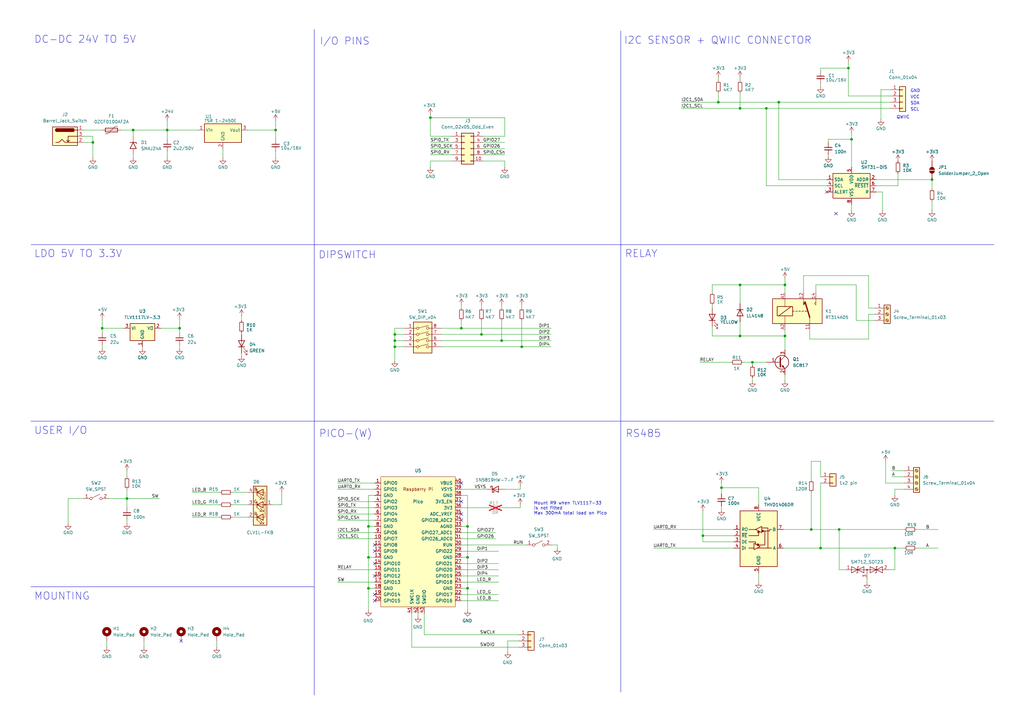
<source format=kicad_sch>
(kicad_sch (version 20250114) (generator "eeschema") (generator_version "9.0")
  (paper "A3")
  (title_block (title "PICO-(W) with RS485 interface (iot-thingy)") (date "2025-09-04") (rev "1,0") (company "Made by Morten"))
  (lib_symbols
    (symbol "+3V3_1" (power) (pin_names (offset 0))
      (property "Value" "+3V3" (at 0 3.556 0))
      (symbol "+3V3_1_1_1"
        (pin power_in line (at 0 0 90) (length 0) (hide yes) (name "+3V3") (number "1"))
      )
    )
    (symbol "Connector:Barrel_Jack_Switch" (pin_names (hide yes))
      (property "Reference" "J" (at 0 5.334 0))
      (property "Value" "Barrel_Jack_Switch" (at 0 -5.08 0))
      (symbol "Barrel_Jack_Switch_1_1"
        (pin passive line (at 7.62 2.54 180) (length 2.54) (name "~") (number "1"))
        (pin passive line (at 7.62 0 180) (length 2.54) (name "~") (number "3"))
        (pin passive line (at 7.62 -2.54 180) (length 2.54) (name "~") (number "2"))
      )
    )
    (symbol "Connector:Screw_Terminal_01x03" (pin_names (offset 1.016) (hide yes))
      (property "Reference" "J" (at 0 5.08 0))
      (property "Value" "Screw_Terminal_01x03" (at 0 -5.08 0))
      (symbol "Screw_Terminal_01x03_1_1"
        (pin passive line (at -5.08 2.54 0) (length 3.81) (name "Pin_1") (number "1"))
        (pin passive line (at -5.08 0 0) (length 3.81) (name "Pin_2") (number "2"))
        (pin passive line (at -5.08 -2.54 0) (length 3.81) (name "Pin_3") (number "3"))
      )
    )
    (symbol "Connector:Screw_Terminal_01x04" (pin_names (offset 1.016) (hide yes))
      (property "Reference" "J" (at 0 5.08 0))
      (property "Value" "Screw_Terminal_01x04" (at 0 -7.62 0))
      (symbol "Screw_Terminal_01x04_1_1"
        (pin passive line (at -5.08 2.54 0) (length 3.81) (name "Pin_1") (number "1"))
        (pin passive line (at -5.08 0 0) (length 3.81) (name "Pin_2") (number "2"))
        (pin passive line (at -5.08 -2.54 0) (length 3.81) (name "Pin_3") (number "3"))
        (pin passive line (at -5.08 -5.08 0) (length 3.81) (name "Pin_4") (number "4"))
      )
    )
    (symbol "Connector_Generic:Conn_01x02" (pin_names (offset 1.016) (hide yes))
      (property "Reference" "J" (at 0 2.54 0))
      (property "Value" "Conn_01x02" (at 0 -5.08 0))
      (symbol "Conn_01x02_1_1"
        (pin passive line (at -5.08 0 0) (length 3.81) (name "Pin_1") (number "1"))
        (pin passive line (at -5.08 -2.54 0) (length 3.81) (name "Pin_2") (number "2"))
      )
    )
    (symbol "Connector_Generic:Conn_01x03" (pin_names (offset 1.016) (hide yes))
      (property "Reference" "J" (at 0 5.08 0))
      (property "Value" "Conn_01x03" (at 0 -5.08 0))
      (symbol "Conn_01x03_1_1"
        (pin passive line (at -5.08 2.54 0) (length 3.81) (name "Pin_1") (number "1"))
        (pin passive line (at -5.08 0 0) (length 3.81) (name "Pin_2") (number "2"))
        (pin passive line (at -5.08 -2.54 0) (length 3.81) (name "Pin_3") (number "3"))
      )
    )
    (symbol "Connector_Generic:Conn_01x04" (pin_names (offset 1.016) (hide yes))
      (property "Reference" "J" (at 0 5.08 0))
      (property "Value" "Conn_01x04" (at 0 -7.62 0))
      (symbol "Conn_01x04_1_1"
        (pin passive line (at -5.08 2.54 0) (length 3.81) (name "Pin_1") (number "1"))
        (pin passive line (at -5.08 0 0) (length 3.81) (name "Pin_2") (number "2"))
        (pin passive line (at -5.08 -2.54 0) (length 3.81) (name "Pin_3") (number "3"))
        (pin passive line (at -5.08 -5.08 0) (length 3.81) (name "Pin_4") (number "4"))
      )
    )
    (symbol "Connector_Generic:Conn_02x05_Odd_Even" (pin_names (offset 1.016) (hide yes))
      (property "Reference" "J" (at 1.27 7.62 0))
      (property "Value" "Conn_02x05_Odd_Even" (at 1.27 -7.62 0))
      (symbol "Conn_02x05_Odd_Even_1_1"
        (pin passive line (at -5.08 5.08 0) (length 3.81) (name "Pin_1") (number "1"))
        (pin passive line (at -5.08 2.54 0) (length 3.81) (name "Pin_3") (number "3"))
        (pin passive line (at -5.08 0 0) (length 3.81) (name "Pin_5") (number "5"))
        (pin passive line (at -5.08 -2.54 0) (length 3.81) (name "Pin_7") (number "7"))
        (pin passive line (at -5.08 -5.08 0) (length 3.81) (name "Pin_9") (number "9"))
        (pin passive line (at 7.62 5.08 180) (length 3.81) (name "Pin_2") (number "2"))
        (pin passive line (at 7.62 2.54 180) (length 3.81) (name "Pin_4") (number "4"))
        (pin passive line (at 7.62 0 180) (length 3.81) (name "Pin_6") (number "6"))
        (pin passive line (at 7.62 -2.54 180) (length 3.81) (name "Pin_8") (number "8"))
        (pin passive line (at 7.62 -5.08 180) (length 3.81) (name "Pin_10") (number "10"))
      )
    )
    (symbol "Device:C_Small" (pin_numbers (hide yes)) (pin_names (offset 0.254) (hide yes))
      (property "Reference" "C" (at 0.254 1.778 0))
      (property "Value" "C_Small" (at 0.254 -2.032 0))
      (symbol "C_Small_1_1"
        (pin passive line (at 0 2.54 270) (length 2.032) (name "~") (number "1"))
        (pin passive line (at 0 -2.54 90) (length 2.032) (name "~") (number "2"))
      )
    )
    (symbol "Device:LED" (pin_numbers (hide yes)) (pin_names (offset 1.016) (hide yes))
      (property "Reference" "D" (at 0 2.54 0))
      (property "Value" "LED" (at 0 -2.54 0))
      (symbol "LED_1_1"
        (pin passive line (at -3.81 0 0) (length 2.54) (name "K") (number "1"))
        (pin passive line (at 3.81 0 180) (length 2.54) (name "A") (number "2"))
      )
    )
    (symbol "Device:Polyfuse" (pin_numbers (hide yes)) (pin_names (offset 0))
      (property "Reference" "F" (at -2.54 0 90))
      (property "Value" "Polyfuse" (at 2.54 0 90))
      (symbol "Polyfuse_1_1"
        (pin passive line (at 0 3.81 270) (length 1.27) (name "~") (number "1"))
        (pin passive line (at 0 -3.81 90) (length 1.27) (name "~") (number "2"))
      )
    )
    (symbol "Device:R_Small" (pin_numbers (hide yes)) (pin_names (offset 0.254) (hide yes))
      (property "Reference" "R" (at 0.762 0.508 0))
      (property "Value" "R_Small" (at 0.762 -1.016 0))
      (symbol "R_Small_1_1"
        (pin passive line (at 0 2.54 270) (length 0.762) (name "~") (number "1"))
        (pin passive line (at 0 -2.54 90) (length 0.762) (name "~") (number "2"))
      )
    )
    (symbol "Diode:1N5819WS" (pin_numbers (hide yes)) (pin_names (offset 1.016) (hide yes))
      (property "Reference" "D" (at 0 2.54 0))
      (property "Value" "1N5819WS" (at 0 -2.54 0))
      (symbol "1N5819WS_1_1"
        (pin passive line (at -3.81 0 0) (length 2.54) (name "K") (number "1"))
        (pin passive line (at 3.81 0 180) (length 2.54) (name "A") (number "2"))
      )
    )
    (symbol "Diode:LL4148" (pin_numbers (hide yes)) (pin_names (hide yes))
      (property "Reference" "D" (at 0 2.54 0))
      (property "Value" "LL4148" (at 0 -2.54 0))
      (symbol "LL4148_1_1"
        (pin passive line (at -3.81 0 0) (length 2.54) (name "K") (number "1"))
        (pin passive line (at 3.81 0 180) (length 2.54) (name "A") (number "2"))
      )
    )
    (symbol "Diode:SM712_SOT23" (pin_names (offset 1.016) (hide yes))
      (property "Reference" "D" (at 0 4.445 0))
      (property "Value" "SM712_SOT23" (at 0 2.54 0))
      (symbol "SM712_SOT23_1_1"
        (pin passive line (at -8.89 0 0) (length 2.54) (name "A1") (number "1"))
        (pin input line (at 0 -3.81 90) (length 2.54) (name "common") (number "3"))
        (pin passive line (at 8.89 0 180) (length 2.54) (name "A2") (number "2"))
      )
    )
    (symbol "Diode:SMAJ24A" (pin_numbers (hide yes)) (pin_names (offset 1.016) (hide yes))
      (property "Reference" "D" (at 0 2.54 0))
      (property "Value" "SMAJ24A" (at 0 -2.54 0))
      (symbol "SMAJ24A_1_1"
        (pin passive line (at -3.81 0 0) (length 2.54) (name "A1") (number "1"))
        (pin passive line (at 3.81 0 180) (length 2.54) (name "A2") (number "2"))
      )
    )
    (symbol "Interface_UART:MAX3485"
      (property "Reference" "U" (at -6.096 11.43 0))
      (property "Value" "MAX3485" (at 0.762 11.43 0))
      (symbol "MAX3485_1_1"
        (pin output line (at -10.16 2.54 0) (length 2.54) (name "RO") (number "1"))
        (pin input line (at -10.16 0 0) (length 2.54) (name "~{RE}") (number "2"))
        (pin input line (at -10.16 -2.54 0) (length 2.54) (name "DE") (number "3"))
        (pin input line (at -10.16 -5.08 0) (length 2.54) (name "DI") (number "4"))
        (pin power_in line (at 0 12.7 270) (length 2.54) (name "VCC") (number "8"))
        (pin power_in line (at 0 -15.24 90) (length 2.54) (name "GND") (number "5"))
        (pin bidirectional line (at 10.16 2.54 180) (length 2.54) (name "B") (number "7"))
        (pin bidirectional line (at 10.16 -5.08 180) (length 2.54) (name "A") (number "6"))
      )
    )
    (symbol "Jumper:SolderJumper_2_Open" (pin_numbers (hide yes)) (pin_names (offset 0) (hide yes)) (in_bom no)
      (property "Reference" "JP" (at 0 2.032 0))
      (property "Value" "SolderJumper_2_Open" (at 0 -2.54 0))
      (symbol "SolderJumper_2_Open_1_1"
        (pin passive line (at -3.81 0 0) (length 2.54) (name "A") (number "1"))
        (pin passive line (at 3.81 0 180) (length 2.54) (name "B") (number "2"))
      )
    )
    (symbol "Mechanical:MountingHole_Pad" (pin_numbers (hide yes)) (pin_names (offset 1.016) (hide yes))
      (property "Reference" "H" (at 0 6.35 0))
      (property "Value" "MountingHole_Pad" (at 0 4.445 0))
      (symbol "MountingHole_Pad_1_1"
        (pin input line (at 0 -2.54 90) (length 2.54) (name "1") (number "1"))
      )
    )
    (symbol "Morten_Library.kicad_sym_9:CLV1L-FKB" (pin_names (offset 0) (hide yes))
      (property "Reference" "D" (at 0 9.398 0))
      (property "Value" "CLV1L-FKB" (at 0 -8.89 0))
      (symbol "CLV1L-FKB_0_0"
        (text "R" (at -1.905 3.81 0) (effects (font (size 1.27 1.27))))
        (text "G" (at -1.905 -1.27 0) (effects (font (size 1.27 1.27))))
        (text "B" (at -1.905 -6.35 0) (effects (font (size 1.27 1.27))))
      )
      (symbol "CLV1L-FKB_1_1"
        (pin passive line (at -5.08 5.08 0) (length 2.54) (name "RK") (number "2"))
        (pin passive line (at -5.08 0 0) (length 2.54) (name "GK") (number "3"))
        (pin passive line (at -5.08 -5.08 0) (length 2.54) (name "BK") (number "4"))
        (pin passive line (at 5.08 0 180) (length 2.54) (name "A") (number "1"))
      )
    )
    (symbol "RPi_Pico:Pico" (pin_names (offset 1.016))
      (property "Reference" "U" (at -13.97 27.94 0))
      (property "Value" "Pico" (at 0 19.05 0))
      (symbol "Pico_0_0"
        (text "Raspberry Pi" (at 0 21.59 0) (effects (font (size 1.27 1.27))))
      )
      (symbol "Pico_1_1"
        (pin bidirectional line (at -17.78 24.13 0) (length 2.54) (name "GPIO0") (number "1"))
        (pin bidirectional line (at -17.78 21.59 0) (length 2.54) (name "GPIO1") (number "2"))
        (pin power_in line (at -17.78 19.05 0) (length 2.54) (name "GND") (number "3"))
        (pin bidirectional line (at -17.78 16.51 0) (length 2.54) (name "GPIO2") (number "4"))
        (pin bidirectional line (at -17.78 13.97 0) (length 2.54) (name "GPIO3") (number "5"))
        (pin bidirectional line (at -17.78 11.43 0) (length 2.54) (name "GPIO4") (number "6"))
        (pin bidirectional line (at -17.78 8.89 0) (length 2.54) (name "GPIO5") (number "7"))
        (pin power_in line (at -17.78 6.35 0) (length 2.54) (name "GND") (number "8"))
        (pin bidirectional line (at -17.78 3.81 0) (length 2.54) (name "GPIO6") (number "9"))
        (pin bidirectional line (at -17.78 1.27 0) (length 2.54) (name "GPIO7") (number "10"))
        (pin bidirectional line (at -17.78 -1.27 0) (length 2.54) (name "GPIO8") (number "11"))
        (pin bidirectional line (at -17.78 -3.81 0) (length 2.54) (name "GPIO9") (number "12"))
        (pin power_in line (at -17.78 -6.35 0) (length 2.54) (name "GND") (number "13"))
        (pin bidirectional line (at -17.78 -8.89 0) (length 2.54) (name "GPIO10") (number "14"))
        (pin bidirectional line (at -17.78 -11.43 0) (length 2.54) (name "GPIO11") (number "15"))
        (pin bidirectional line (at -17.78 -13.97 0) (length 2.54) (name "GPIO12") (number "16"))
        (pin bidirectional line (at -17.78 -16.51 0) (length 2.54) (name "GPIO13") (number "17"))
        (pin power_in line (at -17.78 -19.05 0) (length 2.54) (name "GND") (number "18"))
        (pin bidirectional line (at -17.78 -21.59 0) (length 2.54) (name "GPIO14") (number "19"))
        (pin bidirectional line (at -17.78 -24.13 0) (length 2.54) (name "GPIO15") (number "20"))
        (pin input line (at -2.54 -29.21 90) (length 2.54) (name "SWCLK") (number "41"))
        (pin power_in line (at 0 -29.21 90) (length 2.54) (name "GND") (number "42"))
        (pin bidirectional line (at 2.54 -29.21 90) (length 2.54) (name "SWDIO") (number "43"))
        (pin unspecified line (at 17.78 24.13 180) (length 2.54) (name "VBUS") (number "40"))
        (pin unspecified line (at 17.78 21.59 180) (length 2.54) (name "VSYS") (number "39"))
        (pin bidirectional line (at 17.78 19.05 180) (length 2.54) (name "GND") (number "38"))
        (pin input line (at 17.78 16.51 180) (length 2.54) (name "3V3_EN") (number "37"))
        (pin unspecified line (at 17.78 13.97 180) (length 2.54) (name "3V3") (number "36"))
        (pin unspecified line (at 17.78 11.43 180) (length 2.54) (name "ADC_VREF") (number "35"))
        (pin bidirectional line (at 17.78 8.89 180) (length 2.54) (name "GPIO28_ADC2") (number "34"))
        (pin power_in line (at 17.78 6.35 180) (length 2.54) (name "AGND") (number "33"))
        (pin bidirectional line (at 17.78 3.81 180) (length 2.54) (name "GPIO27_ADC1") (number "32"))
        (pin bidirectional line (at 17.78 1.27 180) (length 2.54) (name "GPIO26_ADC0") (number "31"))
        (pin input line (at 17.78 -1.27 180) (length 2.54) (name "RUN") (number "30"))
        (pin bidirectional line (at 17.78 -3.81 180) (length 2.54) (name "GPIO22") (number "29"))
        (pin power_in line (at 17.78 -6.35 180) (length 2.54) (name "GND") (number "28"))
        (pin bidirectional line (at 17.78 -8.89 180) (length 2.54) (name "GPIO21") (number "27"))
        (pin bidirectional line (at 17.78 -11.43 180) (length 2.54) (name "GPIO20") (number "26"))
        (pin bidirectional line (at 17.78 -13.97 180) (length 2.54) (name "GPIO19") (number "25"))
        (pin bidirectional line (at 17.78 -16.51 180) (length 2.54) (name "GPIO18") (number "24"))
        (pin power_in line (at 17.78 -19.05 180) (length 2.54) (name "GND") (number "23"))
        (pin bidirectional line (at 17.78 -21.59 180) (length 2.54) (name "GPIO17") (number "22"))
        (pin bidirectional line (at 17.78 -24.13 180) (length 2.54) (name "GPIO16") (number "21"))
      )
    )
    (symbol "Regulator_Linear:LM1117MP-3.3"
      (property "Reference" "U" (at -3.81 3.175 0))
      (property "Value" "LM1117MP-3.3" (at 0 3.175 0))
      (symbol "LM1117MP-3.3_1_1"
        (pin power_in line (at -7.62 0 0) (length 2.54) (name "VI") (number "3"))
        (pin power_in line (at 0 -7.62 90) (length 2.54) (name "GND") (number "1"))
        (pin power_out line (at 7.62 0 180) (length 2.54) (name "VO") (number "2"))
      )
    )
    (symbol "Regulator_Switching:TSR_1-2450"
      (property "Reference" "U" (at -7.62 6.35 0))
      (property "Value" "TSR_1-2450" (at -1.27 6.35 0))
      (symbol "TSR_1-2450_1_1"
        (pin power_in line (at -10.16 2.54 0) (length 2.54) (name "Vin") (number "1"))
        (pin power_in line (at 0 -5.08 90) (length 2.54) (name "GND") (number "2"))
        (pin power_out line (at 10.16 2.54 180) (length 2.54) (name "Vout") (number "3"))
      )
    )
    (symbol "Relay:RT314A05"
      (property "Reference" "K" (at 11.43 3.81 0))
      (property "Value" "RT314A05" (at 11.43 1.27 0))
      (symbol "RT314A05_1_1"
        (pin passive line (at -5.08 7.62 270) (length 2.54) (name "~") (number "A1"))
        (pin passive line (at -5.08 -7.62 90) (length 2.54) (name "~") (number "A2"))
        (pin passive line (at 2.54 7.62 270) (length 2.54) (name "~") (number "12"))
        (pin passive line (at 5.08 -7.62 90) (length 2.54) (name "~") (number "11"))
        (pin passive line (at 7.62 7.62 270) (length 2.54) (name "~") (number "14"))
      )
    )
    (symbol "Sensor_Humidity:SHT31-DIS"
      (property "Reference" "U" (at -6.35 6.35 0))
      (property "Value" "SHT31-DIS" (at 6.35 6.35 0))
      (symbol "SHT31-DIS_1_1"
        (pin input line (at -10.16 2.54 0) (length 2.54) (name "ADDR") (number "2"))
        (pin input line (at -10.16 0 0) (length 2.54) (name "~{RESET}") (number "6"))
        (pin passive line (at -10.16 -2.54 0) (length 2.54) (name "R") (number "7"))
        (pin power_in line (at 0 7.62 270) (length 2.54) (name "VDD") (number "5"))
        (pin power_in line (at 0 -7.62 90) (length 2.54) (name "VSS") (number "8"))
        (pin passive line (at 0 -7.62 90) (length 2.54) (hide yes) (name "VSS") (number "9"))
        (pin bidirectional line (at 10.16 2.54 180) (length 2.54) (name "SDA") (number "1"))
        (pin input line (at 10.16 0 180) (length 2.54) (name "SCL") (number "4"))
        (pin output line (at 10.16 -2.54 180) (length 2.54) (name "ALERT") (number "3"))
      )
    )
    (symbol "Switch:SW_DIP_x04" (pin_names (offset 0) (hide yes))
      (property "Reference" "SW" (at 0 8.89 0))
      (property "Value" "SW_DIP_x04" (at 0 -6.35 0))
      (symbol "SW_DIP_x04_1_1"
        (pin passive line (at -7.62 5.08 0) (length 5.08) (name "~") (number "1"))
        (pin passive line (at -7.62 2.54 0) (length 5.08) (name "~") (number "2"))
        (pin passive line (at -7.62 0 0) (length 5.08) (name "~") (number "3"))
        (pin passive line (at -7.62 -2.54 0) (length 5.08) (name "~") (number "4"))
        (pin passive line (at 7.62 5.08 180) (length 5.08) (name "~") (number "8"))
        (pin passive line (at 7.62 2.54 180) (length 5.08) (name "~") (number "7"))
        (pin passive line (at 7.62 0 180) (length 5.08) (name "~") (number "6"))
        (pin passive line (at 7.62 -2.54 180) (length 5.08) (name "~") (number "5"))
      )
    )
    (symbol "Switch:SW_SPST" (pin_names (offset 0) (hide yes))
      (property "Reference" "SW" (at 0 3.175 0))
      (property "Value" "SW_SPST" (at 0 -2.54 0))
      (symbol "SW_SPST_1_1"
        (pin passive line (at -5.08 0 0) (length 2.54) (name "A") (number "1"))
        (pin passive line (at 5.08 0 180) (length 2.54) (name "B") (number "2"))
      )
    )
    (symbol "Transistor_BJT:BC817" (pin_names (offset 0) (hide yes))
      (property "Reference" "Q" (at 5.08 1.905 0))
      (property "Value" "BC817" (at 5.08 0 0))
      (symbol "BC817_1_1"
        (pin input line (at -5.08 0 0) (length 5.715) (name "B") (number "1"))
        (pin passive line (at 2.54 5.08 270) (length 2.54) (name "C") (number "3"))
        (pin passive line (at 2.54 -5.08 90) (length 2.54) (name "E") (number "2"))
      )
    )
    (symbol "power:+24V" (power) (pin_names (offset 0))
      (property "Value" "+24V" (at 0 3.556 0))
      (symbol "+24V_1_1"
        (pin power_in line (at 0 0 90) (length 0) (hide yes) (name "+24V") (number "1"))
      )
    )
    (symbol "power:+3V3" (power) (pin_names (offset 0))
      (property "Value" "+3V3" (at 0 3.556 0))
      (symbol "+3V3_1_1"
        (pin power_in line (at 0 0 90) (length 0) (hide yes) (name "+3V3") (number "1"))
      )
    )
    (symbol "power:+5V" (power) (pin_names (offset 0))
      (property "Value" "+5V" (at 0 3.556 0))
      (symbol "+5V_1_1"
        (pin power_in line (at 0 0 90) (length 0) (hide yes) (name "+5V") (number "1"))
      )
    )
    (symbol "power:GND" (power) (pin_names (offset 0))
      (property "Value" "GND" (at 0 -3.81 0))
      (symbol "GND_1_1"
        (pin power_in line (at 0 0 270) (length 0) (hide yes) (name "GND") (number "1"))
      )
    )
  )
  (text "PICO-(W)\n" (at 130.81 179.705 0) (effects (font (size 3 3)) (justify left bottom)))
  (text "LDO 5V TO 3.3V" (at 13.97 105.918 0) (effects (font (size 3 3)) (justify left bottom)))
  (text "Mount R9 when TLV1117-33 \nis not fitted\nMax 300mA total load on Pico\n\n" (at 218.948 209.55 0) (effects (font (size 1.27 1.27)) (justify left)))
  (text "USER I/O" (at 13.97 178.435 0) (effects (font (size 3 3)) (justify left bottom)))
  (text "RELAY" (at 256.286 105.918 0) (effects (font (size 3 3)) (justify left bottom)))
  (text "MOUNTING" (at 13.97 246.38 0) (effects (font (size 3 3)) (justify left bottom)))
  (text "SCL" (at 373.38 45.72 0) (effects (font (size 1.27 1.27)) (justify left bottom)))
  (text "I2C SENSOR + QWIIC CONNECTOR" (at 255.905 18.415 0) (effects (font (size 3 3)) (justify left bottom)))
  (text "SDA" (at 373.38 43.18 0) (effects (font (size 1.27 1.27)) (justify left bottom)))
  (text "I/O PINS\n" (at 131.064 18.796 0) (effects (font (size 3 3)) (justify left bottom)))
  (text "DIPSWITCH\n" (at 130.556 106.426 0) (effects (font (size 3 3)) (justify left bottom)))
  (text "QWIIC" (at 367.665 48.895 0) (effects (font (size 1.27 1.27)) (justify left bottom)))
  (text "VCC" (at 373.38 40.64 0) (effects (font (size 1.27 1.27)) (justify left bottom)))
  (text "RS485" (at 256.54 179.705 0) (effects (font (size 3 3)) (justify left bottom)))
  (text "GND" (at 373.38 38.1 0) (effects (font (size 1.27 1.27)) (justify left bottom)))
  (text "DC-DC 24V TO 5V\n" (at 13.97 18.034 0) (effects (font (size 3 3)) (justify left bottom)))
  (junction (at 176.53 48.26))
  (junction (at 161.925 139.7))
  (junction (at 336.55 224.79))
  (junction (at 321.945 137.795))
  (junction (at 382.27 73.66))
  (junction (at 319.405 41.91))
  (junction (at 73.66 134.62))
  (junction (at 321.945 116.84))
  (junction (at 367.03 224.79))
  (junction (at 38.1 58.42))
  (junction (at 161.925 142.24))
  (junction (at 151.13 241.3))
  (junction (at 197.485 137.16))
  (junction (at 191.77 228.6))
  (junction (at 344.17 217.17))
  (junction (at 161.925 137.16))
  (junction (at 52.07 204.47))
  (junction (at 303.53 44.45))
  (junction (at 332.74 217.17))
  (junction (at 54.61 53.34))
  (junction (at 113.03 53.34))
  (junction (at 191.77 215.9))
  (junction (at 303.53 137.795))
  (junction (at 68.58 53.34))
  (junction (at 295.91 200.025))
  (junction (at 349.25 57.15))
  (junction (at 41.91 134.62))
  (junction (at 191.77 241.3))
  (junction (at 288.29 219.71))
  (junction (at 314.325 44.45))
  (junction (at 205.74 139.7))
  (junction (at 303.53 116.84))
  (junction (at 308.61 148.59))
  (junction (at 151.13 215.9))
  (junction (at 189.23 134.62))
  (junction (at 347.98 27.94))
  (junction (at 294.64 41.91))
  (junction (at 151.13 228.6))
  (junction (at 213.995 142.24))
  (no_connect (at 153.67 246.38))
  (no_connect (at 189.23 210.82))
  (no_connect (at 189.23 205.74))
  (no_connect (at 339.09 78.74))
  (no_connect (at 342.9 87.63))
  (no_connect (at 189.23 198.12))
  (no_connect (at 74.295 262.89))
  (no_connect (at 153.67 243.84))
  (no_connect (at 153.67 223.52))
  (no_connect (at 153.67 236.22))
  (no_connect (at 189.23 213.36))
  (no_connect (at 153.67 226.06))
  (no_connect (at 153.67 231.14))
  (wire (pts (xy 111.76 207.01) (xy 115.57 207.01)))
  (wire (pts (xy 344.17 217.17) (xy 370.84 217.17)))
  (wire (pts (xy 321.31 224.79) (xy 336.55 224.79)))
  (wire (pts (xy 279.4 41.91) (xy 294.64 41.91)))
  (wire (pts (xy 151.13 215.9) (xy 151.13 228.6)))
  (wire (pts (xy 339.725 63.5) (xy 339.725 64.135)))
  (wire (pts (xy 189.23 241.3) (xy 191.77 241.3)))
  (wire (pts (xy 66.04 134.62) (xy 73.66 134.62)))
  (wire (pts (xy 191.77 215.9) (xy 191.77 228.6)))
  (wire (pts (xy 294.64 41.91) (xy 319.405 41.91)))
  (wire (pts (xy 228.6 223.52) (xy 228.6 224.79)))
  (wire (pts (xy 294.64 38.1) (xy 294.64 41.91)))
  (wire (pts (xy 58.42 142.24) (xy 58.42 142.875)))
  (wire (pts (xy 346.71 233.68) (xy 344.17 233.68)))
  (wire (pts (xy 213.36 199.39) (xy 213.36 200.66)))
  (polyline (pts (xy 254.635 283.845) (xy 254.635 149.225)))
  (wire (pts (xy 41.91 141.605) (xy 41.91 142.875)))
  (wire (pts (xy 344.17 217.17) (xy 344.17 233.68)))
  (wire (pts (xy 180.975 134.62) (xy 189.23 134.62)))
  (wire (pts (xy 208.28 262.89) (xy 208.28 267.335)))
  (wire (pts (xy 138.43 208.28) (xy 153.67 208.28)))
  (wire (pts (xy 303.53 38.1) (xy 303.53 44.45)))
  (wire (pts (xy 189.23 236.22) (xy 204.47 236.22)))
  (wire (pts (xy 349.25 54.61) (xy 349.25 57.15)))
  (wire (pts (xy 171.45 251.46) (xy 171.45 252.73)))
  (wire (pts (xy 368.3 76.2) (xy 368.3 71.12)))
  (wire (pts (xy 176.53 48.26) (xy 176.53 55.88)))
  (wire (pts (xy 361.95 78.74) (xy 361.95 86.36)))
  (wire (pts (xy 50.8 134.62) (xy 41.91 134.62)))
  (wire (pts (xy 205.74 125.095) (xy 205.74 126.365)))
  (wire (pts (xy 349.25 57.15) (xy 349.25 68.58)))
  (polyline (pts (xy 128.905 172.72) (xy 254.635 172.72)))
  (wire (pts (xy 38.1 58.42) (xy 38.1 64.77)))
  (wire (pts (xy 365.76 193.04) (xy 370.84 193.04)))
  (wire (pts (xy 292.1 137.795) (xy 303.53 137.795)))
  (wire (pts (xy 336.55 198.12) (xy 336.55 224.79)))
  (wire (pts (xy 321.945 153.67) (xy 321.945 156.21)))
  (wire (pts (xy 78.74 212.09) (xy 90.17 212.09)))
  (wire (pts (xy 375.92 217.17) (xy 384.81 217.17)))
  (wire (pts (xy 198.12 63.5) (xy 207.01 63.5)))
  (wire (pts (xy 368.3 76.2) (xy 359.41 76.2)))
  (wire (pts (xy 332.105 139.065) (xy 356.235 139.065)))
  (wire (pts (xy 161.925 139.7) (xy 161.925 137.16)))
  (wire (pts (xy 91.44 60.96) (xy 91.44 64.77)))
  (wire (pts (xy 68.58 49.53) (xy 68.58 53.34)))
  (polyline (pts (xy 254.635 100.33) (xy 407.67 100.33)))
  (wire (pts (xy 52.07 204.47) (xy 65.405 204.47)))
  (wire (pts (xy 189.23 203.2) (xy 191.77 203.2)))
  (wire (pts (xy 365.125 36.83) (xy 361.315 36.83)))
  (wire (pts (xy 332.74 196.85) (xy 332.74 189.23)))
  (wire (pts (xy 189.23 218.44) (xy 203.2 218.44)))
  (wire (pts (xy 191.77 228.6) (xy 191.77 241.3)))
  (wire (pts (xy 73.66 134.62) (xy 73.66 136.525)))
  (wire (pts (xy 213.36 208.28) (xy 213.36 207.01)))
  (wire (pts (xy 207.01 66.04) (xy 207.01 68.58)))
  (wire (pts (xy 189.23 231.14) (xy 204.47 231.14)))
  (wire (pts (xy 311.15 200.025) (xy 311.15 207.01)))
  (wire (pts (xy 151.13 241.3) (xy 151.13 250.19)))
  (wire (pts (xy 95.25 207.01) (xy 101.6 207.01)))
  (wire (pts (xy 88.9 262.89) (xy 88.9 265.43)))
  (wire (pts (xy 52.07 204.47) (xy 52.07 208.28)))
  (wire (pts (xy 349.25 83.82) (xy 349.25 86.36)))
  (wire (pts (xy 288.29 219.71) (xy 300.99 219.71)))
  (wire (pts (xy 113.03 64.77) (xy 113.03 62.23)))
  (wire (pts (xy 95.25 201.93) (xy 101.6 201.93)))
  (wire (pts (xy 329.565 113.03) (xy 356.235 113.03)))
  (wire (pts (xy 356.235 113.03) (xy 356.235 126.365)))
  (wire (pts (xy 138.43 213.36) (xy 153.67 213.36)))
  (wire (pts (xy 375.92 224.79) (xy 384.81 224.79)))
  (wire (pts (xy 336.55 27.94) (xy 336.55 29.21)))
  (polyline (pts (xy 12.7 172.72) (xy 128.905 172.72)))
  (wire (pts (xy 212.725 262.89) (xy 208.28 262.89)))
  (wire (pts (xy 151.13 228.6) (xy 151.13 241.3)))
  (wire (pts (xy 382.27 82.55) (xy 382.27 86.36)))
  (wire (pts (xy 189.23 233.68) (xy 204.47 233.68)))
  (wire (pts (xy 78.74 201.93) (xy 90.17 201.93)))
  (wire (pts (xy 197.485 131.445) (xy 197.485 137.16)))
  (wire (pts (xy 334.645 116.84) (xy 351.155 116.84)))
  (wire (pts (xy 43.815 262.89) (xy 43.815 265.43)))
  (wire (pts (xy 52.07 193.04) (xy 52.07 195.58)))
  (wire (pts (xy 138.43 233.68) (xy 153.67 233.68)))
  (wire (pts (xy 288.29 209.55) (xy 288.29 219.71)))
  (wire (pts (xy 153.67 203.2) (xy 151.13 203.2)))
  (wire (pts (xy 361.315 36.83) (xy 361.315 48.895)))
  (wire (pts (xy 213.995 142.24) (xy 226.06 142.24)))
  (wire (pts (xy 321.945 135.255) (xy 321.945 137.795)))
  (wire (pts (xy 34.29 53.34) (xy 41.91 53.34)))
  (wire (pts (xy 339.09 76.2) (xy 314.325 76.2)))
  (wire (pts (xy 364.49 233.68) (xy 367.03 233.68)))
  (wire (pts (xy 185.42 66.04) (xy 176.53 66.04)))
  (wire (pts (xy 299.72 148.59) (xy 287.02 148.59)))
  (wire (pts (xy 213.995 125.095) (xy 213.995 126.365)))
  (wire (pts (xy 332.74 189.23) (xy 336.55 189.23)))
  (wire (pts (xy 161.925 137.16) (xy 161.925 134.62)))
  (wire (pts (xy 191.77 203.2) (xy 191.77 215.9)))
  (wire (pts (xy 292.1 125.095) (xy 292.1 126.365)))
  (wire (pts (xy 382.27 73.66) (xy 382.27 77.47)))
  (wire (pts (xy 292.1 133.985) (xy 292.1 137.795)))
  (wire (pts (xy 176.53 66.04) (xy 176.53 68.58)))
  (wire (pts (xy 34.29 204.47) (xy 27.94 204.47)))
  (wire (pts (xy 363.22 189.23) (xy 363.22 198.12)))
  (wire (pts (xy 365.76 195.58) (xy 370.84 195.58)))
  (wire (pts (xy 367.03 224.79) (xy 367.03 233.68)))
  (wire (pts (xy 207.01 55.88) (xy 207.01 48.26)))
  (wire (pts (xy 207.01 200.66) (xy 213.36 200.66)))
  (polyline (pts (xy 12.7 240.665) (xy 128.905 240.665)))
  (wire (pts (xy 308.61 148.59) (xy 314.325 148.59)))
  (wire (pts (xy 336.55 27.94) (xy 347.98 27.94)))
  (wire (pts (xy 347.98 27.94) (xy 347.98 39.37)))
  (polyline (pts (xy 12.7 100.33) (xy 254.635 100.33)))
  (wire (pts (xy 189.23 134.62) (xy 226.06 134.62)))
  (wire (pts (xy 41.91 130.81) (xy 41.91 134.62)))
  (wire (pts (xy 54.61 53.34) (xy 68.58 53.34)))
  (wire (pts (xy 336.55 189.23) (xy 336.55 195.58)))
  (wire (pts (xy 52.07 200.66) (xy 52.07 204.47)))
  (wire (pts (xy 73.66 141.605) (xy 73.66 142.875)))
  (wire (pts (xy 151.13 203.2) (xy 151.13 215.9)))
  (wire (pts (xy 359.41 78.74) (xy 361.95 78.74)))
  (wire (pts (xy 49.53 53.34) (xy 54.61 53.34)))
  (wire (pts (xy 78.74 207.01) (xy 90.17 207.01)))
  (wire (pts (xy 197.485 125.095) (xy 197.485 126.365)))
  (wire (pts (xy 339.725 57.15) (xy 349.25 57.15)))
  (wire (pts (xy 180.975 142.24) (xy 213.995 142.24)))
  (wire (pts (xy 173.99 260.35) (xy 212.725 260.35)))
  (wire (pts (xy 329.565 113.03) (xy 329.565 120.015)))
  (wire (pts (xy 304.8 148.59) (xy 308.61 148.59)))
  (wire (pts (xy 198.12 66.04) (xy 207.01 66.04)))
  (wire (pts (xy 339.725 57.15) (xy 339.725 58.42)))
  (wire (pts (xy 52.07 213.36) (xy 52.07 214.63)))
  (wire (pts (xy 138.43 220.98) (xy 153.67 220.98)))
  (wire (pts (xy 44.45 204.47) (xy 52.07 204.47)))
  (wire (pts (xy 189.23 228.6) (xy 191.77 228.6)))
  (wire (pts (xy 351.155 116.84) (xy 351.155 131.445)))
  (wire (pts (xy 138.43 218.44) (xy 153.67 218.44)))
  (wire (pts (xy 191.77 241.3) (xy 191.77 250.19)))
  (wire (pts (xy 303.53 124.46) (xy 303.53 116.84)))
  (wire (pts (xy 168.91 265.43) (xy 212.725 265.43)))
  (wire (pts (xy 173.99 251.46) (xy 173.99 260.35)))
  (wire (pts (xy 27.94 204.47) (xy 27.94 214.63)))
  (wire (pts (xy 292.1 116.84) (xy 292.1 120.015)))
  (wire (pts (xy 321.31 217.17) (xy 332.74 217.17)))
  (wire (pts (xy 367.03 200.66) (xy 370.84 200.66)))
  (wire (pts (xy 288.29 222.25) (xy 300.99 222.25)))
  (wire (pts (xy 99.06 137.16) (xy 99.06 136.525)))
  (wire (pts (xy 295.91 200.025) (xy 295.91 202.565)))
  (wire (pts (xy 189.23 223.52) (xy 215.9 223.52)))
  (wire (pts (xy 321.945 137.795) (xy 321.945 143.51)))
  (wire (pts (xy 198.12 60.96) (xy 207.01 60.96)))
  (wire (pts (xy 205.74 208.28) (xy 213.36 208.28)))
  (wire (pts (xy 207.01 55.88) (xy 198.12 55.88)))
  (wire (pts (xy 356.235 139.065) (xy 356.235 128.905)))
  (wire (pts (xy 138.43 200.66) (xy 153.67 200.66)))
  (wire (pts (xy 303.53 31.75) (xy 303.53 33.02)))
  (wire (pts (xy 314.325 76.2) (xy 314.325 44.45)))
  (wire (pts (xy 303.53 132.08) (xy 303.53 137.795)))
  (wire (pts (xy 319.405 73.66) (xy 339.09 73.66)))
  (wire (pts (xy 267.97 217.17) (xy 300.99 217.17)))
  (wire (pts (xy 68.58 53.34) (xy 68.58 57.15)))
  (wire (pts (xy 34.29 58.42) (xy 38.1 58.42)))
  (wire (pts (xy 321.945 114.3) (xy 321.945 116.84)))
  (wire (pts (xy 138.43 198.12) (xy 153.67 198.12)))
  (wire (pts (xy 303.53 116.84) (xy 321.945 116.84)))
  (wire (pts (xy 332.74 201.93) (xy 332.74 217.17)))
  (wire (pts (xy 334.645 120.015) (xy 334.645 116.84)))
  (wire (pts (xy 59.055 262.89) (xy 59.055 265.43)))
  (wire (pts (xy 295.91 198.12) (xy 295.91 200.025)))
  (wire (pts (xy 176.53 60.96) (xy 185.42 60.96)))
  (wire (pts (xy 189.23 243.84) (xy 204.47 243.84)))
  (wire (pts (xy 367.03 224.79) (xy 370.84 224.79)))
  (wire (pts (xy 68.58 53.34) (xy 81.28 53.34)))
  (wire (pts (xy 308.61 154.94) (xy 308.61 156.21)))
  (wire (pts (xy 73.66 130.81) (xy 73.66 134.62)))
  (wire (pts (xy 356.235 128.905) (xy 358.775 128.905)))
  (wire (pts (xy 113.03 53.34) (xy 113.03 57.15)))
  (wire (pts (xy 359.41 73.66) (xy 382.27 73.66)))
  (wire (pts (xy 95.25 212.09) (xy 101.6 212.09)))
  (wire (pts (xy 303.53 44.45) (xy 314.325 44.45)))
  (wire (pts (xy 321.945 116.84) (xy 321.945 120.015)))
  (wire (pts (xy 189.23 131.445) (xy 189.23 134.62)))
  (wire (pts (xy 176.53 46.99) (xy 176.53 48.26)))
  (wire (pts (xy 113.03 49.53) (xy 113.03 53.34)))
  (polyline (pts (xy 254.635 12.7) (xy 254.635 149.225)))
  (wire (pts (xy 294.64 31.75) (xy 294.64 33.02)))
  (wire (pts (xy 319.405 41.91) (xy 319.405 73.66)))
  (wire (pts (xy 185.42 55.88) (xy 176.53 55.88)))
  (wire (pts (xy 161.925 137.16) (xy 165.735 137.16)))
  (wire (pts (xy 161.925 147.955) (xy 161.925 142.24)))
  (wire (pts (xy 176.53 63.5) (xy 185.42 63.5)))
  (wire (pts (xy 138.43 205.74) (xy 153.67 205.74)))
  (wire (pts (xy 41.91 134.62) (xy 41.91 136.525)))
  (wire (pts (xy 367.03 203.2) (xy 367.03 200.66)))
  (wire (pts (xy 303.53 137.795) (xy 321.945 137.795)))
  (wire (pts (xy 189.23 220.98) (xy 203.2 220.98)))
  (wire (pts (xy 303.53 116.84) (xy 292.1 116.84)))
  (wire (pts (xy 176.53 48.26) (xy 207.01 48.26)))
  (wire (pts (xy 180.975 139.7) (xy 205.74 139.7)))
  (wire (pts (xy 54.61 53.34) (xy 54.61 55.88)))
  (wire (pts (xy 311.15 200.025) (xy 295.91 200.025)))
  (wire (pts (xy 180.975 137.16) (xy 197.485 137.16)))
  (wire (pts (xy 189.23 208.28) (xy 200.66 208.28)))
  (wire (pts (xy 138.43 238.76) (xy 153.67 238.76)))
  (wire (pts (xy 332.74 217.17) (xy 344.17 217.17)))
  (wire (pts (xy 176.53 58.42) (xy 185.42 58.42)))
  (wire (pts (xy 226.06 223.52) (xy 228.6 223.52)))
  (wire (pts (xy 279.4 44.45) (xy 303.53 44.45)))
  (wire (pts (xy 213.995 131.445) (xy 213.995 142.24)))
  (wire (pts (xy 189.23 238.76) (xy 204.47 238.76)))
  (wire (pts (xy 161.925 139.7) (xy 165.735 139.7)))
  (wire (pts (xy 189.23 125.095) (xy 189.23 126.365)))
  (wire (pts (xy 189.23 246.38) (xy 204.47 246.38)))
  (wire (pts (xy 161.925 142.24) (xy 161.925 139.7)))
  (wire (pts (xy 99.06 144.78) (xy 99.06 146.05)))
  (wire (pts (xy 161.925 142.24) (xy 165.735 142.24)))
  (wire (pts (xy 198.12 58.42) (xy 207.01 58.42)))
  (wire (pts (xy 347.98 25.4) (xy 347.98 27.94)))
  (wire (pts (xy 311.15 234.95) (xy 311.15 238.76)))
  (polyline (pts (xy 254.635 172.72) (xy 407.67 172.72)))
  (wire (pts (xy 68.58 62.23) (xy 68.58 64.77)))
  (wire (pts (xy 197.485 137.16) (xy 226.06 137.16)))
  (wire (pts (xy 101.6 53.34) (xy 113.03 53.34)))
  (wire (pts (xy 336.55 224.79) (xy 367.03 224.79)))
  (wire (pts (xy 355.6 237.49) (xy 355.6 238.76)))
  (wire (pts (xy 351.155 131.445) (xy 358.775 131.445)))
  (wire (pts (xy 54.61 63.5) (xy 54.61 64.77)))
  (wire (pts (xy 99.06 131.445) (xy 99.06 129.54)))
  (polyline (pts (xy 128.905 12.065) (xy 128.905 117.475)))
  (wire (pts (xy 138.43 210.82) (xy 153.67 210.82)))
  (wire (pts (xy 34.29 55.88) (xy 38.1 55.88)))
  (wire (pts (xy 336.55 34.29) (xy 336.55 35.56)))
  (wire (pts (xy 332.105 135.255) (xy 332.105 139.065)))
  (wire (pts (xy 288.29 222.25) (xy 288.29 219.71)))
  (wire (pts (xy 189.23 200.66) (xy 199.39 200.66)))
  (wire (pts (xy 153.67 215.9) (xy 151.13 215.9)))
  (polyline (pts (xy 128.905 117.475) (xy 128.905 285.115)))
  (wire (pts (xy 161.925 134.62) (xy 165.735 134.62)))
  (wire (pts (xy 168.91 251.46) (xy 168.91 265.43)))
  (wire (pts (xy 365.125 39.37) (xy 347.98 39.37)))
  (wire (pts (xy 189.23 215.9) (xy 191.77 215.9)))
  (wire (pts (xy 205.74 139.7) (xy 226.06 139.7)))
  (wire (pts (xy 314.325 44.45) (xy 365.125 44.45)))
  (wire (pts (xy 319.405 41.91) (xy 365.125 41.91)))
  (wire (pts (xy 295.91 208.915) (xy 295.91 207.645)))
  (wire (pts (xy 38.1 55.88) (xy 38.1 58.42)))
  (wire (pts (xy 115.57 201.93) (xy 115.57 207.01)))
  (wire (pts (xy 205.74 131.445) (xy 205.74 139.7)))
  (wire (pts (xy 370.84 198.12) (xy 363.22 198.12)))
  (wire (pts (xy 356.235 126.365) (xy 358.775 126.365)))
  (wire (pts (xy 308.61 148.59) (xy 308.61 149.86)))
  (wire (pts (xy 153.67 241.3) (xy 151.13 241.3)))
  (wire (pts (xy 267.97 224.79) (xy 300.99 224.79)))
  (wire (pts (xy 189.23 226.06) (xy 204.47 226.06)))
  (wire (pts (xy 153.67 228.6) (xy 151.13 228.6)))
  (label "RUN" (at 214.63 223.52 180))
  (label "SW" (at 62.23 204.47 0))
  (label "A" (at 379.73 224.79 0))
  (label "LED_G" (at 195.58 243.84 0))
  (label "DIP3" (at 195.58 233.68 0))
  (label "DIP1" (at 220.98 134.62 0))
  (label "RELAY" (at 287.02 148.59 0))
  (label "DIP3" (at 220.98 139.7 0))
  (label "SPI0_RX" (at 138.43 210.82 0))
  (label "DIP2" (at 195.58 231.14 0))
  (label "GPIO27" (at 198.12 58.42 0))
  (label "I2C1_SCL" (at 138.43 220.98 0))
  (label "DIP4" (at 195.58 236.22 0))
  (label "LED_B" (at 195.58 246.38 0))
  (label "SWCLK" (at 196.85 260.35 0))
  (label "LED_G" (at 78.74 207.01 0))
  (label "VSYS" (at 199.39 200.66 180))
  (label "SPI0_SCK" (at 138.43 205.74 0))
  (label "SPI0_TX" (at 176.53 58.42 0))
  (label "UART0_TX" (at 138.43 198.12 0))
  (label "UART0_RX" (at 138.43 200.66 0))
  (label "SPI0_SCK" (at 176.53 60.96 0))
  (label "LED_R" (at 195.58 238.76 0))
  (label "GPIO26" (at 198.12 60.96 0))
  (label "B" (at 379.73 217.17 0))
  (label "GPIO26" (at 195.58 220.98 0))
  (label "RELAY" (at 138.43 233.68 0))
  (label "DIP4" (at 220.98 142.24 0))
  (label "SW" (at 138.43 238.76 0))
  (label "SPI0_CSn" (at 198.12 63.5 0))
  (label "DIP1" (at 195.58 226.06 0))
  (label "I2C1_SCL" (at 279.4 44.45 0))
  (label "I2C1_SDA" (at 138.43 218.44 0))
  (label "LED_B" (at 78.74 201.93 0))
  (label "UART0_RX" (at 267.97 217.17 0))
  (label "SPI0_RX" (at 176.53 63.5 0))
  (label "SPI0_CSn" (at 138.43 213.36 0))
  (label "LED_R" (at 78.74 212.09 0))
  (label "GPIO27" (at 195.58 218.44 0))
  (label "I2C1_SDA" (at 279.4 41.91 0))
  (label "DIP2" (at 220.98 137.16 0))
  (label "B" (at 365.76 193.04 0))
  (label "SWDIO" (at 196.85 265.43 0))
  (label "UART0_TX" (at 267.97 224.79 0))
  (label "SPI0_TX" (at 138.43 208.28 0))
  (label "A" (at 365.76 195.58 0))
  (symbol (lib_id "power:GND") (at 58.42 142.875 0) (unit 1)
    (property "Reference" "#PWR032" (effects (hide yes)))
    (property "Value" "GND" (at 58.42 146.685 0))
  )
  (symbol (lib_id "power:+3V3") (at 294.64 31.75 0) (unit 1)
    (property "Reference" "#PWR059" (effects (hide yes)))
    (property "Value" "+3V3" (at 294.64 27.94 0))
  )
  (symbol (lib_id "Connector_Generic:Conn_01x03") (at 217.805 262.89 0) (unit 1)
    (property "Reference" "J7" (at 220.98 262.255 0) (effects (justify left)))
    (property "Value" "Conn_01x03" (at 220.98 264.795 0) (effects (justify left)))
    (property "Footprint" "Connector_PinHeader_2.54mm:PinHeader_1x03_P2.54mm_Vertical" (effects (hide yes)))
    (property "Mouser" "DNP" (effects (hide yes)))
    (property "LCSC" "DNP" (effects (hide yes)))
    (property "Manufacturer Part #" "DNP" (effects (hide yes)))
  )
  (symbol (lib_id "Device:R_Small") (at 373.38 224.79 90) (unit 1)
    (property "Reference" "R20" (at 375.92 222.885 90) (effects (justify left)))
    (property "Value" "10R" (at 374.65 226.695 90) (effects (justify left)))
    (property "Footprint" "Resistor_SMD:R_0402_1005Metric_Pad0.72x0.64mm_HandSolder" (effects (hide yes)))
    (property "LCSC" "C481926" (effects (hide yes)))
    (property "Manufacturer Part #" "CRCW040210R0FKED" (effects (hide yes)))
    (property "Mouser" "71-CRCW0402-10-E3" (effects (hide yes)))
  )
  (symbol (lib_id "power:GND") (at 38.1 64.77 0) (mirror y) (unit 1)
    (property "Reference" "#PWR011" (effects (hide yes)))
    (property "Value" "GND" (at 38.1 68.58 0))
  )
  (symbol (lib_id "Jumper:SolderJumper_2_Open") (at 382.27 69.85 90) (unit 1) (in_bom no)
    (property "Reference" "JP1" (at 384.81 68.5799 90) (effects (justify right)))
    (property "Value" "SolderJumper_2_Open" (at 384.81 71.1199 90) (effects (justify right)))
    (property "Footprint" "Jumper:SolderJumper-2_P1.3mm_Open_RoundedPad1.0x1.5mm" (effects (hide yes)))
    (property "Description" "Solder Jumper, 2-pole, open" (effects (hide yes)))
  )
  (symbol (lib_id "Regulator_Switching:TSR_1-2450") (at 91.44 55.88 0) (unit 1)
    (property "Reference" "U1" (at 85.598 47.752 0))
    (property "Value" "TSR 1-2450E" (at 90.424 49.53 0))
    (property "Footprint" "Converter_DCDC:Converter_DCDC_TRACO_TSR-1_THT" (effects (hide yes)))
    (property "Datasheet" "http://www.tracopower.com/products/tsr1.pdf" (effects (hide yes)))
    (property "Description" "1A step-down regulator module, fixed 5V output voltage, 5-36V input voltage, -40°C to +85°C temperature range, TO-220 compatible LM78xx replacement" (effects (hide yes)))
    (property "Part Number" "TSR 1-2450E" (effects (hide yes)))
    (property "Mouser" "495-TSR1-2450E" (effects (hide yes)))
    (property "Price @ 100" "24,20" (effects (hide yes)))
    (property "LCSC Part Number" "-" (effects (hide yes)))
    (property "LCSC" "C5346721" (effects (hide yes)))
    (property "Manufacturer Part #" "TSR1-2450E" (effects (hide yes)))
  )
  (symbol (lib_id "Device:C_Small") (at 295.91 205.105 0) (unit 1)
    (property "Reference" "C7" (at 298.45 204.47 0) (effects (justify left)))
    (property "Value" "100n" (at 298.45 206.375 0) (effects (justify left)))
    (property "Footprint" "Capacitor_SMD:C_0402_1005Metric_Pad0.74x0.62mm_HandSolder" (effects (hide yes)))
    (property "Description" "Unpolarized capacitor, small symbol" (effects (hide yes)))
    (property "LCSC" "C2649549" (effects (hide yes)))
    (property "Manufacturer Part #" "GCM155R71H104KE02J" (effects (hide yes)))
    (property "Mouser" "81-GCM155R71H104KE2J" (effects (hide yes)))
  )
  (symbol (lib_id "power:GND") (at 68.58 64.77 0) (mirror y) (unit 1)
    (property "Reference" "#PWR013" (effects (hide yes)))
    (property "Value" "GND" (at 68.58 68.58 0))
  )
  (symbol (lib_name "+3V3_1") (lib_id "power:+3V3") (at 295.91 198.12 0) (unit 1)
    (property "Reference" "#PWR040" (effects (hide yes)))
    (property "Value" "+3V3" (at 295.91 194.31 0))
    (property "Description" "Power symbol creates a global label with name \"+3V3\"" (effects (hide yes)))
  )
  (symbol (lib_id "Device:R_Small") (at 52.07 198.12 0) (unit 1)
    (property "Reference" "R13" (at 53.975 197.485 0) (effects (justify left)))
    (property "Value" "10K" (at 53.975 199.39 0) (effects (justify left)))
    (property "Footprint" "Resistor_SMD:R_0402_1005Metric_Pad0.72x0.64mm_HandSolder" (effects (hide yes)))
    (property "LCSC" "C71617" (effects (hide yes)))
    (property "Manufacturer Part #" "CRCW040210K0FKED" (effects (hide yes)))
    (property "Mouser" "71-CRCW0402-10K-E3" (effects (hide yes)))
  )
  (symbol (lib_id "power:+3V3") (at 205.74 125.095 0) (unit 1)
    (property "Reference" "#PWR026" (effects (hide yes)))
    (property "Value" "+3V3" (at 205.74 121.285 0))
  )
  (symbol (lib_id "Regulator_Linear:LM1117MP-3.3") (at 58.42 134.62 0) (unit 1)
    (property "Reference" "U3" (at 58.42 127.635 0))
    (property "Value" "TLV1117LV-3.3" (at 58.42 130.175 0))
    (property "Footprint" "Package_TO_SOT_SMD:SOT-223-3_TabPin2" (effects (hide yes)))
    (property "Datasheet" "http://www.ti.com/lit/ds/symlink/lm1117.pdf" (effects (hide yes)))
    (property "LCSC" "C48937499" (effects (hide yes)))
    (property "Manufacturer Part #" "TLV1117LV33DCYR" (effects (hide yes)))
    (property "Mouser" "595-TLV1117LV33DCYR" (effects (hide yes)))
  )
  (symbol (lib_id "Device:R_Small") (at 99.06 133.985 0) (unit 1)
    (property "Reference" "R10" (at 100.965 133.35 0) (effects (justify left)))
    (property "Value" "1K" (at 100.965 135.255 0) (effects (justify left)))
    (property "Footprint" "Resistor_SMD:R_0402_1005Metric_Pad0.72x0.64mm_HandSolder" (effects (hide yes)))
    (property "LCSC" "C71623" (effects (hide yes)))
    (property "Manufacturer Part #" "CRCW04021K00FKED" (effects (hide yes)))
    (property "Mouser" "71-CRCW0402-1.0K-E3" (effects (hide yes)))
  )
  (symbol (lib_id "power:+3V3") (at 303.53 31.75 0) (unit 1)
    (property "Reference" "#PWR02" (effects (hide yes)))
    (property "Value" "+3V3" (at 303.53 27.94 0))
  )
  (symbol (lib_id "Device:R_Small") (at 197.485 128.905 0) (unit 1)
    (property "Reference" "R7" (at 198.9836 127.7366 0) (effects (justify left)))
    (property "Value" "4K7" (at 198.9836 130.048 0) (effects (justify left)))
    (property "Footprint" "Resistor_SMD:R_0402_1005Metric_Pad0.72x0.64mm_HandSolder" (effects (hide yes)))
    (property "OK" "OK" (effects (hide yes)))
    (property "Mouser" "71-CRCW0402-4.7K-E3" (effects (hide yes)))
    (property "Price @ 100" "0,067" (effects (hide yes)))
    (property "Manufacturer" "Vishay" (effects (hide yes)))
    (property "LCSC" "C482193" (effects (hide yes)))
    (property "Manufacturer Part #" "CRCW04024K70FKED" (effects (hide yes)))
  )
  (symbol (lib_id "power:GND") (at 382.27 86.36 0) (unit 1)
    (property "Reference" "#PWR022" (effects (hide yes)))
    (property "Value" "GND" (at 382.27 90.17 0))
  )
  (symbol (lib_id "Relay:RT314A05") (at 327.025 127.635 0) (unit 1)
    (property "Reference" "K1" (at 338.455 127.635 0) (effects (justify left)))
    (property "Value" "RT314A05" (at 338.455 130.175 0) (effects (justify left)))
    (property "Footprint" "Relay_THT:Relay_SPDT_Schrack-RT1-16A-FormC_RM5mm" (effects (hide yes)))
    (property "Datasheet" "https://www.te.com/commerce/DocumentDelivery/DDEController?Action=srchrtrv&DocNm=RT1_bistable&DocType=DS&DocLang=English" (effects (hide yes)))
    (property "LCSC" "C7065270 " (effects (hide yes)))
    (property "Manufacturer Part #" "RT314005" (effects (hide yes)))
    (property "Mouser" "655-RT314005" (effects (hide yes)))
  )
  (symbol (lib_id "power:+24V") (at 113.03 49.53 0) (unit 1)
    (property "Reference" "#PWR08" (effects (hide yes)))
    (property "Value" "+5V" (at 113.03 45.72 0))
  )
  (symbol (lib_id "Mechanical:MountingHole_Pad") (at 74.295 260.35 0) (unit 1)
    (property "Reference" "H3" (at 76.835 257.81 0) (effects (justify left)))
    (property "Value" "Hole_Pad" (at 76.835 260.35 0) (effects (justify left)))
    (property "Footprint" "MountingHole:MountingHole_3.2mm_M3_DIN965" (effects (hide yes)))
    (property "LCSC" "DNP" (effects (hide yes)))
    (property "Manufacturer Part #" "DNP" (effects (hide yes)))
    (property "Mouser" "DNP\n" (effects (hide yes)))
  )
  (symbol (lib_id "Device:C_Small") (at 339.725 60.96 0) (unit 1)
    (property "Reference" "C4" (at 342.265 59.6963 0) (effects (justify left)))
    (property "Value" "100n" (at 342.265 62.2363 0) (effects (justify left)))
    (property "Footprint" "Capacitor_SMD:C_0402_1005Metric_Pad0.74x0.62mm_HandSolder" (effects (hide yes)))
    (property "LCSC" "C2649549" (effects (hide yes)))
    (property "Manufacturer Part #" "GCM155R71H104KE02J" (effects (hide yes)))
    (property "Mouser" "81-GCM155R71H104KE2J" (effects (hide yes)))
  )
  (symbol (lib_id "power:+3V3") (at 52.07 193.04 0) (unit 1)
    (property "Reference" "#PWR017" (effects (hide yes)))
    (property "Value" "+3V3" (at 51.562 189.23 0))
  )
  (symbol (lib_id "Connector_Generic:Conn_01x02") (at 341.63 195.58 0) (unit 1)
    (property "Reference" "J5" (at 344.17 195.5799 0) (effects (justify left)))
    (property "Value" "1x2 pin" (at 344.17 198.1199 0) (effects (justify left)))
    (property "Footprint" "Connector_PinHeader_2.54mm:PinHeader_1x02_P2.54mm_Vertical" (effects (hide yes)))
    (property "Part Number" "DNP" (effects (hide yes)))
    (property "Mouser" "NA" (effects (hide yes)))
    (property "Price @ 100" "0" (effects (hide yes)))
    (property "LCSC Part Number" "-" (effects (hide yes)))
    (property "LCSC" "C42431820" (effects (hide yes)))
    (property "Manufacturer Part #" "PZ2.54-WV2P-H25" (effects (hide yes)))
  )
  (symbol (lib_id "power:GND") (at 355.6 238.76 0) (mirror y) (unit 1)
    (property "Reference" "#PWR051" (effects (hide yes)))
    (property "Value" "GND" (at 355.6 242.57 0))
  )
  (symbol (lib_id "Transistor_BJT:BC817") (at 319.405 148.59 0) (unit 1)
    (property "Reference" "Q1" (at 325.12 147.32 0) (effects (justify left)))
    (property "Value" "BC817" (at 325.12 149.86 0) (effects (justify left)))
    (property "Footprint" "Package_TO_SOT_SMD:SOT-23" (effects (hide yes)))
    (property "Datasheet" "https://www.onsemi.com/pub/Collateral/BC818-D.pdf" (effects (hide yes)))
    (property "LCSC" "C503453" (effects (hide yes)))
    (property "Manufacturer Part #" "BC817-40,235" (effects (hide yes)))
    (property "Mouser" "771-BC817-40235" (effects (hide yes)))
  )
  (symbol (lib_id "Device:R_Small") (at 332.74 199.39 0) (mirror y) (unit 1)
    (property "Reference" "R14" (at 331.2414 198.2216 0) (effects (justify left)))
    (property "Value" "120R" (at 331.2414 200.533 0) (effects (justify left)))
    (property "Footprint" "Resistor_SMD:R_1206_3216Metric_Pad1.30x1.75mm_HandSolder" (effects (hide yes)))
    (property "OK" "OK" (effects (hide yes)))
    (property "Mouser" "71-CRCW1206120RFKEAC" (effects (hide yes)))
    (property "Price @ 100" "0,067" (effects (hide yes)))
    (property "Manufacturer" "Vishay" (effects (hide yes)))
    (property "LCSC" "C3923021" (effects (hide yes)))
    (property "Manufacturer Part #" "CRCW1206120RFKEAC" (effects (hide yes)))
  )
  (symbol (lib_id "Device:R_Small") (at 213.995 128.905 0) (unit 1)
    (property "Reference" "R9" (at 215.4936 127.7366 0) (effects (justify left)))
    (property "Value" "4K7" (at 215.4936 130.048 0) (effects (justify left)))
    (property "Footprint" "Resistor_SMD:R_0402_1005Metric_Pad0.72x0.64mm_HandSolder" (effects (hide yes)))
    (property "OK" "OK" (effects (hide yes)))
    (property "Mouser" "71-CRCW0402-4.7K-E3" (effects (hide yes)))
    (property "Price @ 100" "0,067" (effects (hide yes)))
    (property "Manufacturer" "Vishay" (effects (hide yes)))
    (property "LCSC" "C482193" (effects (hide yes)))
    (property "Manufacturer Part #" "CRCW04024K70FKED" (effects (hide yes)))
  )
  (symbol (lib_id "Connector_Generic:Conn_01x04") (at 370.205 39.37 0) (unit 1)
    (property "Reference" "J1" (at 364.49 29.21 0) (effects (justify left)))
    (property "Value" "Conn_01x04" (at 364.49 31.75 0) (effects (justify left)))
    (property "Footprint" "Connector_JST:JST_SH_SM04B-SRSS-TB_1x04-1MP_P1.00mm_Horizontal" (effects (hide yes)))
    (property "LCSC" "C160404" (effects (hide yes)))
    (property "Manufacturer Part #" "JST SM04B-SRSS-TB(LF)(SN)" (effects (hide yes)))
    (property "Mouser" "306-SM04BSRSSTBLFSN" (effects (hide yes)))
  )
  (symbol (lib_id "power:GND") (at 339.725 64.135 0) (unit 1)
    (property "Reference" "#PWR010" (effects (hide yes)))
    (property "Value" "GND" (at 339.725 67.945 0))
  )
  (symbol (lib_id "Device:R_Small") (at 294.64 35.56 0) (unit 1)
    (property "Reference" "R1" (at 296.545 34.925 0) (effects (justify left)))
    (property "Value" "4K7" (at 296.545 36.83 0) (effects (justify left)))
    (property "Footprint" "Resistor_SMD:R_0402_1005Metric_Pad0.72x0.64mm_HandSolder" (effects (hide yes)))
    (property "Mouser" "71-CRCW0402-4.7K-E3" (effects (hide yes)))
    (property "LCSC" "C482193" (effects (hide yes)))
    (property "Manufacturer Part #" "CRCW04024K70FKED" (effects (hide yes)))
  )
  (symbol (lib_id "Switch:SW_SPST") (at 220.98 223.52 0) (unit 1)
    (property "Reference" "SW3" (at 220.98 217.17 0))
    (property "Value" "SW_SPST" (at 220.98 219.71 0))
    (property "Footprint" "Button_Switch_SMD:SW_SPST_B3U-1000P" (effects (hide yes)))
  )
  (symbol (lib_id "power:+5V") (at 363.22 189.23 0) (unit 1)
    (property "Reference" "#PWR038" (effects (hide yes)))
    (property "Value" "+5V" (at 363.22 185.42 0))
  )
  (symbol (lib_id "Device:LED") (at 292.1 130.175 90) (unit 1)
    (property "Reference" "D3" (at 295.402 130.302 90) (effects (justify right)))
    (property "Value" "YELLOW" (at 295.402 132.08 90) (effects (justify right)))
    (property "Footprint" "LED_SMD:LED_0603_1608Metric_Pad1.05x0.95mm_HandSolder" (effects (hide yes)))
    (property "LCSC" "C5352634" (effects (hide yes)))
    (property "Manufacturer Part #" "APTD1608LSYCK" (effects (hide yes)))
    (property "Mouser" " 604-APTD1608LSYCK" (effects (hide yes)))
  )
  (symbol (lib_id "Connector:Screw_Terminal_01x04") (at 375.92 195.58 0) (unit 1)
    (property "Reference" "J6" (at 378.46 195.5799 0) (effects (justify left)))
    (property "Value" "Screw_Terminal_01x04" (at 378.46 198.1199 0) (effects (justify left)))
    (property "Footprint" "TerminalBlock_Phoenix_PT-1,5-4-3.5-H_1x04_P3.50mm_Horizontal" (effects (hide yes)))
    (property "Description" "Generic screw terminal, single row, 01x04, script generated (kicad-library-utils/schlib/autogen/connector/)" (effects (hide yes)))
    (property "LCSC" "C3816891" (effects (hide yes)))
    (property "Manufacturer Part #" "1935174" (effects (hide yes)))
    (property "Mouser" "651-1935174" (effects (hide yes)))
  )
  (symbol (lib_id "Device:R_Small") (at 302.26 148.59 90) (unit 1)
    (property "Reference" "R11" (at 304.165 146.685 90) (effects (justify left)))
    (property "Value" "1K" (at 303.53 151.13 90) (effects (justify left)))
    (property "Footprint" "Resistor_SMD:R_0402_1005Metric_Pad0.72x0.64mm_HandSolder" (effects (hide yes)))
    (property "LCSC" "C71623" (effects (hide yes)))
    (property "Manufacturer Part #" "CRCW04021K00FKED" (effects (hide yes)))
    (property "Mouser" "71-CRCW0402-1.0K-E3" (effects (hide yes)))
  )
  (symbol (lib_id "Diode:1N5819WS") (at 203.2 200.66 0) (unit 1)
    (property "Reference" "D5" (at 202.8825 194.31 0))
    (property "Value" "1N5819HW-7-F" (at 202.8825 196.85 0))
    (property "Footprint" "Diode_SMD:D_SOD-323" (effects (hide yes)))
    (property "Datasheet" "https://datasheet.lcsc.com/lcsc/2204281430_Guangdong-Hottech-1N5819WS_C191023.pdf" (effects (hide yes)))
    (property "Description" "40V 600mV@1A 1A SOD-323 Schottky Barrier Diodes, SOD-323" (effects (hide yes)))
    (property "LCSC" "C82544" (effects (hide yes)))
    (property "Manufacturer Part #" "1N5819HW-7-F" (effects (hide yes)))
    (property "Mouser" "621-1N5819HW-F" (effects (hide yes)))
  )
  (symbol (lib_id "Device:R_Small") (at 205.74 128.905 0) (unit 1)
    (property "Reference" "R8" (at 207.2386 127.7366 0) (effects (justify left)))
    (property "Value" "4K7" (at 207.2386 130.048 0) (effects (justify left)))
    (property "Footprint" "Resistor_SMD:R_0402_1005Metric_Pad0.72x0.64mm_HandSolder" (effects (hide yes)))
    (property "OK" "OK" (effects (hide yes)))
    (property "Mouser" "71-CRCW0402-4.7K-E3" (effects (hide yes)))
    (property "Price @ 100" "0,067" (effects (hide yes)))
    (property "Manufacturer" "Vishay" (effects (hide yes)))
    (property "LCSC" "C482193" (effects (hide yes)))
    (property "Manufacturer Part #" "CRCW04024K70FKED" (effects (hide yes)))
  )
  (symbol (lib_id "Device:R_Small") (at 92.71 207.01 90) (unit 1)
    (property "Reference" "R16" (at 89.535 205.74 90) (effects (justify left)))
    (property "Value" "1K" (at 98.425 205.74 90) (effects (justify left)))
    (property "Footprint" "Resistor_SMD:R_0402_1005Metric_Pad0.72x0.64mm_HandSolder" (effects (hide yes)))
    (property "LCSC" "C71623" (effects (hide yes)))
    (property "Manufacturer Part #" "CRCW04021K00FKED" (effects (hide yes)))
    (property "Mouser" "71-CRCW0402-1.0K-E3" (effects (hide yes)))
  )
  (symbol (lib_id "power:GND") (at 91.44 64.77 0) (mirror y) (unit 1)
    (property "Reference" "#PWR014" (effects (hide yes)))
    (property "Value" "GND" (at 91.44 68.58 0))
  )
  (symbol (lib_id "power:GND") (at 113.03 64.77 0) (mirror y) (unit 1)
    (property "Reference" "#PWR015" (effects (hide yes)))
    (property "Value" "GND" (at 113.03 68.58 0))
  )
  (symbol (lib_id "power:GND") (at 336.55 35.56 0) (unit 1)
    (property "Reference" "#PWR04" (effects (hide yes)))
    (property "Value" "GND" (at 336.55 39.37 0))
  )
  (symbol (lib_id "power:GND") (at 311.15 238.76 0) (mirror y) (unit 1)
    (property "Reference" "#PWR050" (effects (hide yes)))
    (property "Value" "GND" (at 311.15 242.57 0))
  )
  (symbol (lib_id "Diode:LL4148") (at 303.53 128.27 270) (unit 1)
    (property "Reference" "D2" (at 306.07 127 90) (effects (justify left)))
    (property "Value" "LL4148" (at 306.07 129.54 90) (effects (justify left)))
    (property "Footprint" "Diode_SMD:D_MiniMELF" (effects (hide yes)))
    (property "Datasheet" "http://www.vishay.com/docs/85557/ll4148.pdf" (effects (hide yes)))
    (property "Sim.Device" "D" (effects (hide yes)))
    (property "Sim.Pins" "1=K 2=A" (effects (hide yes)))
    (property "LCSC" "C402260" (effects (hide yes)))
    (property "Manufacturer Part #" "LL4148" (effects (hide yes)))
    (property "Mouser" "512-LL4148" (effects (hide yes)))
  )
  (symbol (lib_id "power:GND") (at 52.07 214.63 0) (unit 1)
    (property "Reference" "#PWR048" (effects (hide yes)))
    (property "Value" "GND" (at 52.07 218.44 0))
  )
  (symbol (lib_id "power:+3V3") (at 115.57 201.93 0) (unit 1)
    (property "Reference" "#PWR016" (effects (hide yes)))
    (property "Value" "+3V3" (at 115.062 198.12 0))
  )
  (symbol (lib_id "Morten_Library.kicad_sym_9:CLV1L-FKB") (at 106.68 207.01 0) (mirror x) (unit 1)
    (property "Reference" "D6" (at 105.156 197.612 0))
    (property "Value" "CLV1L-FKB" (at 106.68 218.44 0))
    (property "Footprint" "LED_SMD:LED_Cree-PLCC4_3.2x2.8mm_CCW" (effects (hide yes)))
    (property "Datasheet" "http://www.cree.com/led-components/media/documents/CLV1L-FKB-1238.pdf" (effects (hide yes)))
    (property "Description" "Cree PLCC4 3 in 1 SMD LED" (effects (hide yes)))
    (property "LCSC" "NA" (effects (hide yes)))
    (property "Manufacturer Part #" "CLV1L-FKB-CJ1N1E1BB7B3B3 " (effects (hide yes)))
    (property "Mouser" "941-CLV1LFKBCJ1N1E1B" (effects (hide yes)))
  )
  (symbol (lib_id "Diode:SMAJ24A") (at 54.61 59.69 270) (unit 1)
    (property "Reference" "D1" (at 57.785 58.4199 90) (effects (justify left)))
    (property "Value" "SMAJ24A" (at 57.785 60.9599 90) (effects (justify left)))
    (property "Footprint" "Diode_SMD:D_SMA" (effects (hide yes)))
    (property "Datasheet" "https://www.littelfuse.com/media?resourcetype=datasheets&itemid=75e32973-b177-4ee3-a0ff-cedaf1abdb93&filename=smaj-datasheet" (effects (hide yes)))
    (property "Description" "400W unidirectional Transient Voltage Suppressor, 24.0Vr, SMA(DO-214AC)" (effects (hide yes)))
    (property "LCSC" "C148222" (effects (hide yes)))
    (property "Manufacturer Part #" "SMAJ24A" (effects (hide yes)))
    (property "Mouser" "576-SMAJ24A" (effects (hide yes)))
  )
  (symbol (lib_id "Device:C_Small") (at 41.91 139.065 0) (unit 1)
    (property "Reference" "C5" (at 45.085 137.8013 0) (effects (justify left)))
    (property "Value" "22u" (at 45.085 140.3413 0) (effects (justify left)))
    (property "Footprint" "Capacitor_SMD:C_0805_2012Metric_Pad1.18x1.45mm_HandSolder" (effects (hide yes)))
    (property "LCSC" "C77074" (effects (hide yes)))
    (property "Manufacturer Part #" "GRM21BR61A226ME51L" (effects (hide yes)))
    (property "Mouser" "81-GRM21BR61A226ME1L" (effects (hide yes)))
  )
  (symbol (lib_id "power:GND") (at 171.45 252.73 0) (mirror y) (unit 1)
    (property "Reference" "#PWR054" (effects (hide yes)))
    (property "Value" "GND" (at 171.323 257.1242 0))
  )
  (symbol (lib_id "power:GND") (at 228.6 224.79 0) (mirror y) (unit 1)
    (property "Reference" "#PWR049" (effects (hide yes)))
    (property "Value" "GND" (at 228.473 229.1842 0))
  )
  (symbol (lib_id "power:GND") (at 208.28 267.335 0) (mirror y) (unit 1)
    (property "Reference" "#PWR058" (effects (hide yes)))
    (property "Value" "GND" (at 208.153 271.7292 0))
  )
  (symbol (lib_id "power:GND") (at 88.9 265.43 0) (unit 1)
    (property "Reference" "#PWR057" (effects (hide yes)))
    (property "Value" "GND" (at 88.9 269.24 0))
  )
  (symbol (lib_id "power:+5V") (at 41.91 130.81 0) (unit 1)
    (property "Reference" "#PWR029" (effects (hide yes)))
    (property "Value" "+5V" (at 41.91 127 0))
  )
  (symbol (lib_id "Device:R_Small") (at 308.61 152.4 0) (unit 1)
    (property "Reference" "R12" (at 310.515 151.765 0) (effects (justify left)))
    (property "Value" "10K" (at 310.515 153.67 0) (effects (justify left)))
    (property "Footprint" "Resistor_SMD:R_0402_1005Metric_Pad0.72x0.64mm_HandSolder" (effects (hide yes)))
    (property "LCSC" "C71617" (effects (hide yes)))
    (property "Manufacturer Part #" "CRCW040210K0FKED" (effects (hide yes)))
    (property "Mouser" "71-CRCW0402-10K-E3" (effects (hide yes)))
  )
  (symbol (lib_id "Device:R_Small") (at 203.2 208.28 90) (unit 1) (dnp yes)
    (property "Reference" "R17" (at 204.47 206.375 90) (effects (justify left)))
    (property "Value" "0R" (at 204.47 210.185 90) (effects (justify left)))
    (property "Footprint" "Resistor_SMD:R_0603_1608Metric" (effects (hide yes)))
    (property "Mouser" "603-RC0603JR-070RL" (effects (hide yes)))
    (property "LCSC" "C95177" (effects (hide yes)))
    (property "Manufacturer Part #" "RC0603JR-070RL " (effects (hide yes)))
  )
  (symbol (lib_id "Switch:SW_SPST") (at 39.37 204.47 0) (unit 1)
    (property "Reference" "SW2" (at 39.37 198.12 0))
    (property "Value" "SW_SPST" (at 39.37 200.66 0))
    (property "Footprint" "Button_Switch_THT:SW_Tactile_SPST_Angled_PTS645Vx31-2LFS" (effects (hide yes)))
    (property "LCSC" "C483771" (effects (hide yes)))
    (property "Manufacturer Part #" "DTSA-61K-V" (effects (hide yes)))
    (property "Mouser" " 113-DTSA61KV" (effects (hide yes)))
  )
  (symbol (lib_id "power:+3V3") (at 99.06 129.54 0) (unit 1)
    (property "Reference" "#PWR030" (effects (hide yes)))
    (property "Value" "+3V3" (at 98.552 125.73 0))
  )
  (symbol (lib_id "RPi_Pico:Pico") (at 171.45 222.25 0) (unit 1)
    (property "Reference" "U5" (at 171.45 193.04 0))
    (property "Value" "Pico" (at 171.45 205.74 0))
    (property "Footprint" "Morten_Library:Raspberry_Pi_Pico_SMT_THT" (effects (hide yes)))
    (property "Mouser" "358-SC0918" (effects (hide yes)))
    (property "LCSC" "C7203003" (effects (hide yes)))
    (property "Manufacturer Part #" "Raspberry Pi PICO W " (effects (hide yes)))
  )
  (symbol (lib_id "power:GND") (at 59.055 265.43 0) (unit 1)
    (property "Reference" "#PWR056" (effects (hide yes)))
    (property "Value" "GND" (at 59.055 269.24 0))
  )
  (symbol (lib_id "power:GND") (at 54.61 64.77 0) (mirror y) (unit 1)
    (property "Reference" "#PWR012" (effects (hide yes)))
    (property "Value" "GND" (at 54.61 68.58 0))
  )
  (symbol (lib_id "Device:R_Small") (at 92.71 201.93 90) (unit 1)
    (property "Reference" "R15" (at 89.535 200.66 90) (effects (justify left)))
    (property "Value" "1K" (at 98.425 200.66 90) (effects (justify left)))
    (property "Footprint" "Resistor_SMD:R_0402_1005Metric_Pad0.72x0.64mm_HandSolder" (effects (hide yes)))
    (property "LCSC" "C71623" (effects (hide yes)))
    (property "Manufacturer Part #" "CRCW04021K00FKED" (effects (hide yes)))
    (property "Mouser" "71-CRCW0402-1.0K-E3" (effects (hide yes)))
  )
  (symbol (lib_id "Device:R_Small") (at 303.53 35.56 0) (unit 1)
    (property "Reference" "R2" (at 305.435 34.925 0) (effects (justify left)))
    (property "Value" "4K7" (at 305.435 36.83 0) (effects (justify left)))
    (property "Footprint" "Resistor_SMD:R_0402_1005Metric_Pad0.72x0.64mm_HandSolder" (effects (hide yes)))
    (property "Mouser" "71-CRCW0402-4.7K-E3" (effects (hide yes)))
    (property "LCSC" "C482193" (effects (hide yes)))
    (property "Manufacturer Part #" "CRCW04024K70FKED" (effects (hide yes)))
  )
  (symbol (lib_id "power:GND") (at 207.01 68.58 0) (unit 1)
    (property "Reference" "#PWR019" (effects (hide yes)))
    (property "Value" "GND" (at 207.01 72.39 0))
  )
  (symbol (lib_id "Device:R_Small") (at 368.3 68.58 0) (unit 1)
    (property "Reference" "R3" (at 370.205 67.945 0) (effects (justify left)))
    (property "Value" "10K" (at 370.205 69.85 0) (effects (justify left)))
    (property "Footprint" "Resistor_SMD:R_0402_1005Metric_Pad0.72x0.64mm_HandSolder" (effects (hide yes)))
    (property "LCSC" "C71617" (effects (hide yes)))
    (property "Manufacturer Part #" "CRCW040210K0FKED" (effects (hide yes)))
    (property "Mouser" "71-CRCW0402-10K-E3" (effects (hide yes)))
  )
  (symbol (lib_id "Device:LED") (at 99.06 140.97 90) (unit 1)
    (property "Reference" "D4" (at 102.235 141.2875 90) (effects (justify right)))
    (property "Value" "GREEN" (at 102.235 143.8275 90) (effects (justify right)))
    (property "Footprint" "LED_SMD:LED_0603_1608Metric_Pad1.05x0.95mm_HandSolder" (effects (hide yes)))
    (property "LCSC" "C5139863" (effects (hide yes)))
    (property "Manufacturer Part #" "APHD1608LCGCK" (effects (hide yes)))
    (property "Mouser" " 604-APHD1608LCGCK" (effects (hide yes)))
  )
  (symbol (lib_id "Mechanical:MountingHole_Pad") (at 43.815 260.35 0) (unit 1)
    (property "Reference" "H1" (at 46.355 257.81 0) (effects (justify left)))
    (property "Value" "Hole_Pad" (at 46.355 260.35 0) (effects (justify left)))
    (property "Footprint" "MountingHole:MountingHole_3.2mm_M3_DIN965_Pad_TopBottom" (effects (hide yes)))
    (property "LCSC" "DNP" (effects (hide yes)))
    (property "Manufacturer Part #" "DNP" (effects (hide yes)))
    (property "Mouser" "DNP\n" (effects (hide yes)))
  )
  (symbol (lib_id "Switch:SW_DIP_x04") (at 173.355 139.7 0) (unit 1)
    (property "Reference" "SW1" (at 173.355 127.635 0))
    (property "Value" "SW_DIP_x04" (at 173.355 130.175 0))
    (property "Footprint" "Button_Switch_SMD:SW_DIP_SPSTx04_Slide_Omron_A6S-410x_W8.9mm_P2.54mm" (effects (hide yes)))
    (property "Description" "4x DIP Switch, Single Pole Single Throw (SPST) switch, small symbol" (effects (hide yes)))
    (property "LCSC" "C5123696" (effects (hide yes)))
    (property "Manufacturer Part #" " A6S-4101-H" (effects (hide yes)))
    (property "Mouser" "653-A6S-4101-H" (effects (hide yes)))
  )
  (symbol (lib_id "power:+3V3") (at 176.53 46.99 0) (unit 1)
    (property "Reference" "#PWR09" (effects (hide yes)))
    (property "Value" "+3V3" (at 176.022 43.18 0))
  )
  (symbol (lib_id "Connector:Screw_Terminal_01x03") (at 363.855 128.905 0) (unit 1)
    (property "Reference" "J4" (at 366.395 127.635 0) (effects (justify left)))
    (property "Value" "Screw_Terminal_01x03" (at 366.395 130.175 0) (effects (justify left)))
    (property "Footprint" "TerminalBlock_Phoenix_PT-1,5-3-5.0-H_1x03_P5.00mm_Horizontal" (effects (hide yes)))
    (property "LCSC" "C5144867" (effects (hide yes)))
    (property "Manufacturer Part #" "1984633" (effects (hide yes)))
    (property "Mouser" "651-1984633" (effects (hide yes)))
  )
  (symbol (lib_id "Device:R_Small") (at 373.38 217.17 90) (unit 1)
    (property "Reference" "R19" (at 375.92 215.265 90) (effects (justify left)))
    (property "Value" "10R" (at 374.65 219.075 90) (effects (justify left)))
    (property "Footprint" "Resistor_SMD:R_0402_1005Metric_Pad0.72x0.64mm_HandSolder" (effects (hide yes)))
    (property "LCSC" "C481926" (effects (hide yes)))
    (property "Manufacturer Part #" "CRCW040210R0FKED" (effects (hide yes)))
    (property "Mouser" "71-CRCW0402-10-E3" (effects (hide yes)))
  )
  (symbol (lib_id "power:GND") (at 367.03 203.2 0) (mirror y) (unit 1)
    (property "Reference" "#PWR043" (effects (hide yes)))
    (property "Value" "GND" (at 367.03 207.01 0))
  )
  (symbol (lib_id "power:+3V3") (at 73.66 130.81 0) (unit 1)
    (property "Reference" "#PWR028" (effects (hide yes)))
    (property "Value" "+3V3" (at 73.152 127 0))
  )
  (symbol (lib_id "power:+5V") (at 321.945 114.3 0) (unit 1)
    (property "Reference" "#PWR023" (effects (hide yes)))
    (property "Value" "+5V" (at 321.945 110.49 0))
  )
  (symbol (lib_id "Device:C_Small") (at 52.07 210.82 0) (unit 1)
    (property "Reference" "C8" (at 54.61 209.5563 0) (effects (justify left)))
    (property "Value" "100n" (at 54.61 212.0963 0) (effects (justify left)))
    (property "Footprint" "Capacitor_SMD:C_0402_1005Metric_Pad0.74x0.62mm_HandSolder" (effects (hide yes)))
    (property "LCSC" "C2649549" (effects (hide yes)))
    (property "Manufacturer Part #" "GCM155R71H104KE02J" (effects (hide yes)))
    (property "Mouser" "81-GCM155R71H104KE2J" (effects (hide yes)))
  )
  (symbol (lib_id "Device:R_Small") (at 189.23 128.905 0) (unit 1)
    (property "Reference" "R6" (at 190.7286 127.7366 0) (effects (justify left)))
    (property "Value" "4K7" (at 190.7286 130.048 0) (effects (justify left)))
    (property "Footprint" "Resistor_SMD:R_0402_1005Metric_Pad0.72x0.64mm_HandSolder" (effects (hide yes)))
    (property "OK" "OK" (effects (hide yes)))
    (property "Mouser" "71-CRCW0402-4.7K-E3" (effects (hide yes)))
    (property "Price @ 100" "0,067" (effects (hide yes)))
    (property "Manufacturer" "Vishay" (effects (hide yes)))
    (property "LCSC" "C482193" (effects (hide yes)))
    (property "Manufacturer Part #" "CRCW04024K70FKED" (effects (hide yes)))
  )
  (symbol (lib_id "power:GND") (at 27.94 214.63 0) (unit 1)
    (property "Reference" "#PWR047" (effects (hide yes)))
    (property "Value" "GND" (at 27.94 218.44 0))
  )
  (symbol (lib_id "power:GND") (at 43.815 265.43 0) (unit 1)
    (property "Reference" "#PWR055" (effects (hide yes)))
    (property "Value" "GND" (at 43.815 269.24 0))
  )
  (symbol (lib_id "power:GND") (at 349.25 86.36 0) (unit 1)
    (property "Reference" "#PWR020" (effects (hide yes)))
    (property "Value" "GND" (at 349.25 90.17 0))
  )
  (symbol (lib_id "power:GND") (at 361.95 86.36 0) (unit 1)
    (property "Reference" "#PWR021" (effects (hide yes)))
    (property "Value" "GND" (at 361.95 90.17 0))
  )
  (symbol (lib_id "Device:C_Small") (at 73.66 139.065 0) (unit 1)
    (property "Reference" "C6" (at 76.835 137.8013 0) (effects (justify left)))
    (property "Value" "22u" (at 76.835 140.3413 0) (effects (justify left)))
    (property "Footprint" "Capacitor_SMD:C_0805_2012Metric_Pad1.18x1.45mm_HandSolder" (effects (hide yes)))
    (property "LCSC" "C77074" (effects (hide yes)))
    (property "Manufacturer Part #" "GRM21BR61A226ME51L" (effects (hide yes)))
    (property "Mouser" "81-GRM21BR61A226ME1L" (effects (hide yes)))
  )
  (symbol (lib_id "Device:C_Small") (at 336.55 31.75 0) (mirror y) (unit 1)
    (property "Reference" "C1" (at 342.392 30.988 0) (effects (justify left)))
    (property "Value" "10u/16V" (at 347.218 32.766 0) (effects (justify left)))
    (property "Footprint" "Capacitor_SMD:C_0805_2012Metric" (effects (hide yes)))
    (property "Type" "GRM21BR61A226ME51L" (effects (hide yes)))
    (property "Mouser" "187-CL21B106KOQNNNE" (effects (hide yes)))
    (property "Part Number" "CL21B106KOQNNNE" (effects (hide yes)))
    (property "Price @ 100" "0,471" (effects (hide yes)))
    (property "LCSC Part Number" "C95841" (effects (hide yes)))
    (property "LCSC" "C95841" (effects (hide yes)))
    (property "Manufacturer Part #" "CL21B106KOQNNNE" (effects (hide yes)))
  )
  (symbol (lib_name "+3V3_1") (lib_id "power:+3V3") (at 288.29 209.55 0) (unit 1)
    (property "Reference" "#PWR046" (effects (hide yes)))
    (property "Value" "+3V3" (at 288.29 205.74 0))
    (property "Description" "Power symbol creates a global label with name \"+3V3\"" (effects (hide yes)))
  )
  (symbol (lib_id "Diode:SM712_SOT23") (at 355.6 233.68 0) (unit 1)
    (property "Reference" "D7" (at 355.6 227.965 0))
    (property "Value" "SM712_SOT23" (at 355.6 230.505 0))
    (property "Footprint" "Package_TO_SOT_SMD:SOT-23" (effects (hide yes)))
    (property "Datasheet" "https://www.littelfuse.com/~/media/electronics/datasheets/tvs_diode_arrays/littelfuse_tvs_diode_array_sm712_datasheet.pdf.pdf" (effects (hide yes)))
    (property "Description" "7V/12V, 600W Asymmetrical TVS Diode Array, SOT-23" (effects (hide yes)))
    (property "LCSC" "C172881" (effects (hide yes)))
    (property "Manufacturer Part #" "SM712-02HTG" (effects (hide yes)))
    (property "Mouser" "576-SM712-02HTG" (effects (hide yes)))
  )
  (symbol (lib_id "Device:R_Small") (at 92.71 212.09 90) (unit 1)
    (property "Reference" "R18" (at 89.535 210.82 90) (effects (justify left)))
    (property "Value" "1K" (at 98.425 210.82 90) (effects (justify left)))
    (property "Footprint" "Resistor_SMD:R_0402_1005Metric_Pad0.72x0.64mm_HandSolder" (effects (hide yes)))
    (property "LCSC" "C71623" (effects (hide yes)))
    (property "Manufacturer Part #" "CRCW04021K00FKED" (effects (hide yes)))
    (property "Mouser" "71-CRCW0402-1.0K-E3" (effects (hide yes)))
  )
  (symbol (lib_id "power:+3V3") (at 213.36 207.01 0) (unit 1)
    (property "Reference" "#PWR044" (effects (hide yes)))
    (property "Value" "+3V3" (at 212.852 203.2 0))
  )
  (symbol (lib_id "Device:C_Small") (at 113.03 59.69 0) (mirror y) (unit 1)
    (property "Reference" "C3" (at 118.872 58.928 0) (effects (justify left)))
    (property "Value" "10u/16V" (at 123.698 60.706 0) (effects (justify left)))
    (property "Footprint" "Capacitor_SMD:C_0805_2012Metric" (effects (hide yes)))
    (property "Type" "GRM21BR61A226ME51L" (effects (hide yes)))
    (property "Mouser" "187-CL21B106KOQNNNE" (effects (hide yes)))
    (property "Part Number" "CL21B106KOQNNNE" (effects (hide yes)))
    (property "Price @ 100" "0,471" (effects (hide yes)))
    (property "LCSC Part Number" "C95841" (effects (hide yes)))
    (property "LCSC" "C95841" (effects (hide yes)))
    (property "Manufacturer Part #" "CL21B106KOQNNNE" (effects (hide yes)))
  )
  (symbol (lib_id "power:+3V3") (at 382.27 66.04 0) (unit 1)
    (property "Reference" "#PWR061" (effects (hide yes)))
    (property "Value" "+3V3" (at 382.27 62.23 0))
  )
  (symbol (lib_id "power:+24V") (at 213.36 199.39 0) (unit 1)
    (property "Reference" "#PWR041" (effects (hide yes)))
    (property "Value" "+5V" (at 213.36 195.58 0))
  )
  (symbol (lib_id "Device:R_Small") (at 292.1 122.555 0) (unit 1)
    (property "Reference" "R5" (at 294.005 121.92 0) (effects (justify left)))
    (property "Value" "1K" (at 294.005 123.825 0) (effects (justify left)))
    (property "Footprint" "Resistor_SMD:R_0402_1005Metric_Pad0.72x0.64mm_HandSolder" (effects (hide yes)))
    (property "LCSC" "C71623" (effects (hide yes)))
    (property "Manufacturer Part #" "CRCW04021K00FKED" (effects (hide yes)))
    (property "Mouser" "71-CRCW0402-1.0K-E3" (effects (hide yes)))
  )
  (symbol (lib_id "Device:Polyfuse") (at 45.72 53.34 90) (unit 1)
    (property "Reference" "F1" (at 45.72 47.625 90))
    (property "Value" "0ZCF0100AF2A" (at 45.72 49.9364 90))
    (property "Footprint" "Fuse:Fuse_2920_7451Metric" (effects (hide yes)))
    (property "Manufacturer" "Bel Fuse" (effects (hide yes)))
    (property "OK" "OK" (effects (hide yes)))
    (property "Part Number" "0ZCF0100AF2A" (effects (hide yes)))
    (property "Mouser" "530-0ZCF0100AF2A" (effects (hide yes)))
    (property "Price @ 100" "2,35" (effects (hide yes)))
    (property "LCSC Part Number" "C3202936" (effects (hide yes)))
    (property "LCSC" "C3202936" (effects (hide yes)))
    (property "Manufacturer Part #" "0ZCF0100AF2A" (effects (hide yes)))
  )
  (symbol (lib_id "power:+3V3") (at 368.3 66.04 0) (unit 1)
    (property "Reference" "#PWR060" (effects (hide yes)))
    (property "Value" "+3V3" (at 368.3 62.23 0))
  )
  (symbol (lib_id "power:GND") (at 295.91 208.915 0) (unit 1)
    (property "Reference" "#PWR045" (effects (hide yes)))
    (property "Value" "GND" (at 295.91 212.725 0))
    (property "Description" "Power symbol creates a global label with name \"GND\" , ground" (effects (hide yes)))
  )
  (symbol (lib_id "power:GND") (at 99.06 146.05 0) (unit 1)
    (property "Reference" "#PWR034" (effects (hide yes)))
    (property "Value" "GND" (at 99.06 149.86 0))
  )
  (symbol (lib_id "power:GND") (at 321.945 156.21 0) (unit 1)
    (property "Reference" "#PWR037" (effects (hide yes)))
    (property "Value" "GND" (at 321.945 160.02 0))
  )
  (symbol (lib_id "power:+3V3") (at 347.98 25.4 0) (unit 1)
    (property "Reference" "#PWR01" (effects (hide yes)))
    (property "Value" "+3V3" (at 347.98 21.59 0))
  )
  (symbol (lib_id "power:+24V") (at 68.58 49.53 0) (unit 1)
    (property "Reference" "#PWR07" (effects (hide yes)))
    (property "Value" "+24V" (at 68.58 45.72 0))
  )
  (symbol (lib_id "Mechanical:MountingHole_Pad") (at 88.9 260.35 0) (unit 1)
    (property "Reference" "H4" (at 91.44 257.81 0) (effects (justify left)))
    (property "Value" "Hole_Pad" (at 91.44 260.35 0) (effects (justify left)))
    (property "Footprint" "MountingHole:MountingHole_3.2mm_M3_DIN965_Pad_TopBottom" (effects (hide yes)))
    (property "LCSC" "DNP" (effects (hide yes)))
    (property "Manufacturer Part #" "DNP" (effects (hide yes)))
    (property "Mouser" "DNP\n" (effects (hide yes)))
  )
  (symbol (lib_id "power:+3V3") (at 197.485 125.095 0) (unit 1)
    (property "Reference" "#PWR025" (effects (hide yes)))
    (property "Value" "+3V3" (at 197.485 121.285 0))
  )
  (symbol (lib_id "power:+3V3") (at 349.25 54.61 0) (mirror y) (unit 1)
    (property "Reference" "#PWR03" (effects (hide yes)))
    (property "Value" "+3V3" (at 349.25 50.8 0))
  )
  (symbol (lib_id "Connector:Barrel_Jack_Switch") (at 26.67 55.88 0) (unit 1)
    (property "Reference" "J2" (at 26.67 46.99 0))
    (property "Value" "Barrel_Jack_Switch" (at 26.67 49.53 0))
    (property "Footprint" "BarrelJack_Wuerth_6941xx301002" (effects (hide yes)))
    (property "Description" "DC Barrel Jack with an internal switch" (effects (hide yes)))
    (property "LCSC" "C720557" (effects (hide yes)))
    (property "Manufacturer Part #" "694106301002" (effects (hide yes)))
    (property "Mouser" "710-694106301002 " (effects (hide yes)))
  )
  (symbol (lib_id "Device:R_Small") (at 382.27 80.01 0) (unit 1)
    (property "Reference" "R4" (at 384.175 79.375 0) (effects (justify left)))
    (property "Value" "10K" (at 384.175 81.28 0) (effects (justify left)))
    (property "Footprint" "Resistor_SMD:R_0402_1005Metric_Pad0.72x0.64mm_HandSolder" (effects (hide yes)))
    (property "LCSC" "C71617" (effects (hide yes)))
    (property "Manufacturer Part #" "CRCW040210K0FKED" (effects (hide yes)))
    (property "Mouser" "71-CRCW0402-10K-E3" (effects (hide yes)))
  )
  (symbol (lib_id "Sensor_Humidity:SHT31-DIS") (at 349.25 76.2 0) (mirror y) (unit 1)
    (property "Reference" "U2" (at 355.854 66.548 0) (effects (justify left)))
    (property "Value" "SHT31-DIS" (at 363.982 68.58 0) (effects (justify left)))
    (property "Footprint" "Sensor_Humidity:Sensirion_DFN-8-1EP_2.5x2.5mm_P0.5mm_EP1.1x1.7mm" (effects (hide yes)))
    (property "Datasheet" "https://www.sensirion.com/fileadmin/user_upload/customers/sensirion/Dokumente/2_Humidity_Sensors/Datasheets/Sensirion_Humidity_Sensors_SHT3x_Datasheet_digital.pdf" (effects (hide yes)))
    (property "Description" "I²C humidity and temperature sensor, ±2%RH, ±0.2°C, DFN-8" (effects (hide yes)))
    (property "LCSC" "NA" (effects (hide yes)))
    (property "Manufacturer Part #" "SHT31-DIS-F2.5kS" (effects (hide yes)))
    (property "Mouser" "403-SHT31-DIS-F" (effects (hide yes)))
  )
  (symbol (lib_id "power:+3V3") (at 213.995 125.095 0) (unit 1)
    (property "Reference" "#PWR027" (effects (hide yes)))
    (property "Value" "+3V3" (at 213.995 121.285 0))
  )
  (symbol (lib_id "power:GND") (at 73.66 142.875 0) (unit 1)
    (property "Reference" "#PWR033" (effects (hide yes)))
    (property "Value" "GND" (at 73.66 146.685 0))
  )
  (symbol (lib_id "Interface_UART:MAX3485") (at 311.15 219.71 0) (unit 1)
    (property "Reference" "U4" (at 313.3441 204.47 0) (effects (justify left)))
    (property "Value" "THVD1406DR" (at 313.3441 207.01 0) (effects (justify left)))
    (property "Footprint" "Package_SO:SOIC-8_3.9x4.9mm_P1.27mm" (effects (hide yes)))
    (property "Datasheet" "https://datasheets.maximintegrated.com/en/ds/MAX3483-MAX3491.pdf" (effects (hide yes)))
    (property "Description" "True RS-485/RS-422, 10Mbps, Slew-Rate Limited, with low-power shutdown, with receiver/driver enable, 32 receiver drive capacitity, DIP-8 and SOIC-8" (effects (hide yes)))
    (property "LCSC" "C5215918" (effects (hide yes)))
    (property "Manufacturer Part #" "HVD1406DR " (effects (hide yes)))
    (property "Mouser" "595-THVD1406DR " (effects (hide yes)))
  )
  (symbol (lib_id "power:GND") (at 161.925 147.955 0) (unit 1)
    (property "Reference" "#PWR035" (effects (hide yes)))
    (property "Value" "GND" (at 161.925 151.765 0))
  )
  (symbol (lib_id "power:GND") (at 41.91 142.875 0) (unit 1)
    (property "Reference" "#PWR031" (effects (hide yes)))
    (property "Value" "GND" (at 41.91 146.685 0))
  )
  (symbol (lib_id "power:GND") (at 151.13 250.19 0) (mirror y) (unit 1)
    (property "Reference" "#PWR052" (effects (hide yes)))
    (property "Value" "GND" (at 151.003 254.5842 0))
  )
  (symbol (lib_id "Device:C_Small") (at 68.58 59.69 0) (unit 1)
    (property "Reference" "C2" (at 70.9168 58.5216 0) (effects (justify left)))
    (property "Value" "2u2/50V" (at 70.9168 60.833 0) (effects (justify left)))
    (property "Footprint" "Capacitor_SMD:C_0805_2012Metric" (effects (hide yes)))
    (property "OK" "OK" (effects (hide yes)))
    (property "Part Number" "CL21B225KBYNNWE" (effects (hide yes)))
    (property "Mouser" "187-CL21B225KBYNNWE" (effects (hide yes)))
    (property "Price @ 100" "0,583" (effects (hide yes)))
    (property "LCSC Part Number" "C6534398" (effects (hide yes)))
    (property "LCSC" "C6534398" (effects (hide yes)))
    (property "Manufacturer Part #" "CL21B225KBYNNWE " (effects (hide yes)))
  )
  (symbol (lib_id "Connector_Generic:Conn_02x05_Odd_Even") (at 190.5 60.96 0) (unit 1)
    (property "Reference" "J3" (at 191.77 49.53 0))
    (property "Value" "Conn_02x05_Odd_Even" (at 191.77 52.07 0))
    (property "Footprint" "Connector_PinHeader_2.54mm:PinHeader_2x05_P2.54mm_Vertical" (effects (hide yes)))
    (property "LCSC" "C42431818" (effects (hide yes)))
    (property "Manufacturer Part #" "PZ2.54-2X5P-H25" (effects (hide yes)))
    (property "Mouser" "NA" (effects (hide yes)))
  )
  (symbol (lib_id "Mechanical:MountingHole_Pad") (at 59.055 260.35 0) (unit 1)
    (property "Reference" "H2" (at 61.595 257.81 0) (effects (justify left)))
    (property "Value" "Hole_Pad" (at 61.595 260.35 0) (effects (justify left)))
    (property "Footprint" "MountingHole:MountingHole_3.2mm_M3_DIN965_Pad_TopBottom" (effects (hide yes)))
    (property "LCSC" "DNP" (effects (hide yes)))
    (property "Manufacturer Part #" "DNP" (effects (hide yes)))
    (property "Mouser" "DNP\n" (effects (hide yes)))
  )
  (symbol (lib_id "power:GND") (at 176.53 68.58 0) (unit 1)
    (property "Reference" "#PWR018" (effects (hide yes)))
    (property "Value" "GND" (at 176.53 72.39 0))
  )
  (symbol (lib_id "power:GND") (at 361.315 48.895 0) (unit 1)
    (property "Reference" "#PWR06" (effects (hide yes)))
    (property "Value" "GND" (at 361.315 52.705 0))
  )
  (symbol (lib_id "power:GND") (at 191.77 250.19 0) (mirror y) (unit 1)
    (property "Reference" "#PWR053" (effects (hide yes)))
    (property "Value" "GND" (at 191.643 254.5842 0))
  )
  (symbol (lib_id "power:GND") (at 308.61 156.21 0) (unit 1)
    (property "Reference" "#PWR036" (effects (hide yes)))
    (property "Value" "GND" (at 308.61 160.02 0))
  )
  (symbol (lib_id "power:+3V3") (at 189.23 125.095 0) (unit 1)
    (property "Reference" "#PWR024" (effects (hide yes)))
    (property "Value" "+3V3" (at 189.23 121.285 0))
  )
)
</source>
